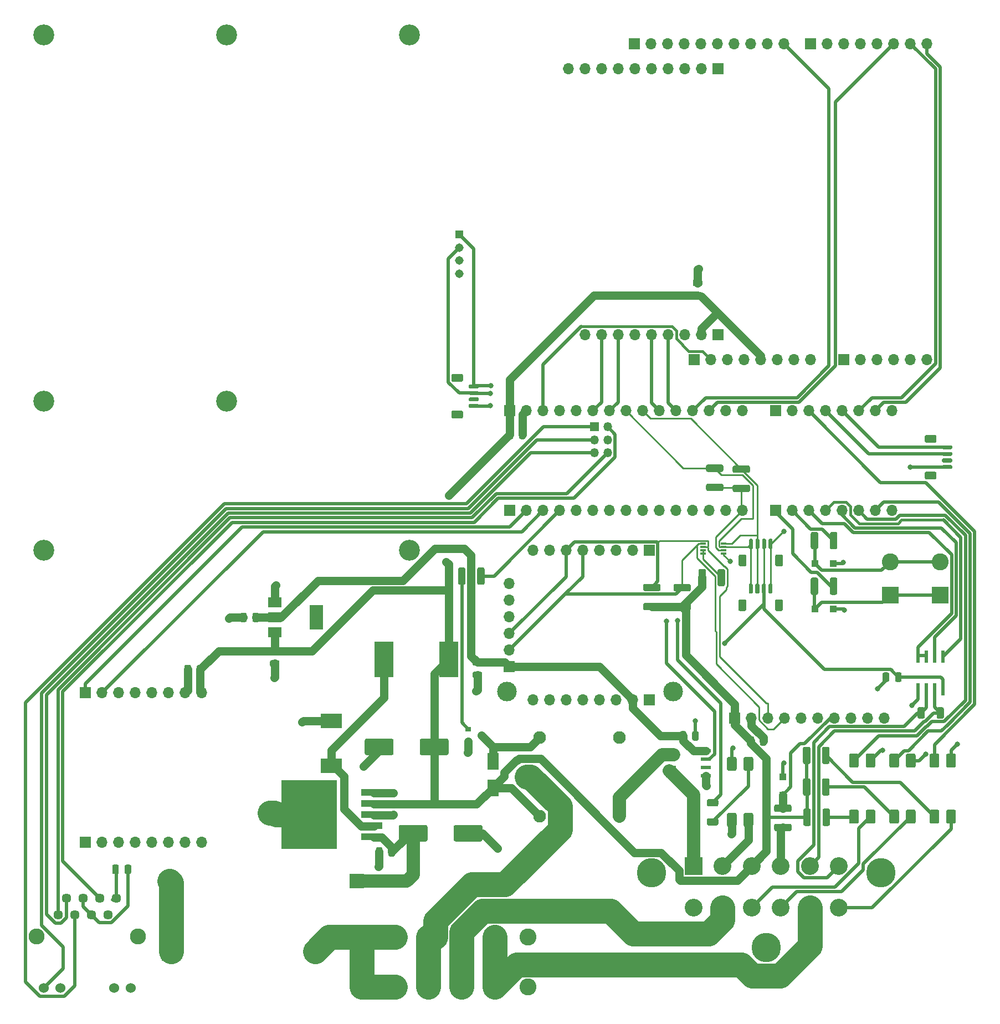
<source format=gbr>
%TF.GenerationSoftware,KiCad,Pcbnew,(5.1.10)-1*%
%TF.CreationDate,2022-01-06T13:20:54-06:00*%
%TF.ProjectId,AS12,41533132-2e6b-4696-9361-645f70636258,rev?*%
%TF.SameCoordinates,Original*%
%TF.FileFunction,Copper,L1,Top*%
%TF.FilePolarity,Positive*%
%FSLAX46Y46*%
G04 Gerber Fmt 4.6, Leading zero omitted, Abs format (unit mm)*
G04 Created by KiCad (PCBNEW (5.1.10)-1) date 2022-01-06 13:20:54*
%MOMM*%
%LPD*%
G01*
G04 APERTURE LIST*
%TA.AperFunction,SMDPad,CuDef*%
%ADD10R,1.800000X2.500000*%
%TD*%
%TA.AperFunction,SMDPad,CuDef*%
%ADD11R,3.200000X2.250000*%
%TD*%
%TA.AperFunction,SMDPad,CuDef*%
%ADD12R,2.000000X1.500000*%
%TD*%
%TA.AperFunction,SMDPad,CuDef*%
%ADD13R,2.000000X3.800000*%
%TD*%
%TA.AperFunction,SMDPad,CuDef*%
%ADD14R,8.460000X10.530000*%
%TD*%
%TA.AperFunction,SMDPad,CuDef*%
%ADD15R,3.210000X1.050000*%
%TD*%
%TA.AperFunction,SMDPad,CuDef*%
%ADD16R,2.900000X5.400000*%
%TD*%
%TA.AperFunction,ComponentPad*%
%ADD17C,2.600000*%
%TD*%
%TA.AperFunction,ComponentPad*%
%ADD18R,2.600000X2.600000*%
%TD*%
%TA.AperFunction,SMDPad,CuDef*%
%ADD19R,1.100000X1.100000*%
%TD*%
%TA.AperFunction,SMDPad,CuDef*%
%ADD20R,0.540800X1.981200*%
%TD*%
%TA.AperFunction,ComponentPad*%
%ADD21O,1.700000X1.700000*%
%TD*%
%TA.AperFunction,ComponentPad*%
%ADD22R,1.700000X1.700000*%
%TD*%
%TA.AperFunction,ComponentPad*%
%ADD23C,3.200000*%
%TD*%
%TA.AperFunction,SMDPad,CuDef*%
%ADD24R,1.550000X0.600000*%
%TD*%
%TA.AperFunction,ComponentPad*%
%ADD25C,2.445000*%
%TD*%
%TA.AperFunction,ComponentPad*%
%ADD26C,1.530000*%
%TD*%
%TA.AperFunction,ComponentPad*%
%ADD27C,1.446000*%
%TD*%
%TA.AperFunction,ComponentPad*%
%ADD28C,1.950000*%
%TD*%
%TA.AperFunction,ComponentPad*%
%ADD29C,2.250000*%
%TD*%
%TA.AperFunction,ComponentPad*%
%ADD30R,2.250000X2.250000*%
%TD*%
%TA.AperFunction,ComponentPad*%
%ADD31C,1.308000*%
%TD*%
%TA.AperFunction,ComponentPad*%
%ADD32R,1.308000X1.308000*%
%TD*%
%TA.AperFunction,ComponentPad*%
%ADD33C,3.000000*%
%TD*%
%TA.AperFunction,SMDPad,CuDef*%
%ADD34R,0.900000X0.800000*%
%TD*%
%TA.AperFunction,ComponentPad*%
%ADD35O,1.350000X1.350000*%
%TD*%
%TA.AperFunction,ComponentPad*%
%ADD36R,1.350000X1.350000*%
%TD*%
%TA.AperFunction,ComponentPad*%
%ADD37C,4.485000*%
%TD*%
%TA.AperFunction,ComponentPad*%
%ADD38C,2.715000*%
%TD*%
%TA.AperFunction,ComponentPad*%
%ADD39R,2.715000X2.715000*%
%TD*%
%TA.AperFunction,SMDPad,CuDef*%
%ADD40R,0.850000X0.300000*%
%TD*%
%TA.AperFunction,ComponentPad*%
%ADD41R,3.000000X3.000000*%
%TD*%
%TA.AperFunction,ViaPad*%
%ADD42C,0.800000*%
%TD*%
%TA.AperFunction,Conductor*%
%ADD43C,0.508000*%
%TD*%
%TA.AperFunction,Conductor*%
%ADD44C,1.270000*%
%TD*%
%TA.AperFunction,Conductor*%
%ADD45C,0.254000*%
%TD*%
%TA.AperFunction,Conductor*%
%ADD46C,3.810000*%
%TD*%
%TA.AperFunction,Conductor*%
%ADD47C,0.431800*%
%TD*%
%TA.AperFunction,Conductor*%
%ADD48C,2.032000*%
%TD*%
G04 APERTURE END LIST*
D10*
%TO.P,D4,2*%
%TO.N,Net-(D4-Pad2)*%
X99260660Y-134184640D03*
%TO.P,D4,1*%
%TO.N,Net-(C10-Pad1)*%
X99260660Y-138184640D03*
%TD*%
D11*
%TO.P,D2,2*%
%TO.N,GND*%
X74587100Y-127931500D03*
%TO.P,D2,1*%
%TO.N,Net-(D2-Pad1)*%
X74587100Y-134831500D03*
%TD*%
D12*
%TO.P,IC3,1*%
%TO.N,GND*%
X65960860Y-109830840D03*
%TO.P,IC3,3*%
%TO.N,Net-(C10-Pad1)*%
X65960860Y-114430840D03*
%TO.P,IC3,2*%
%TO.N,Net-(C1-Pad1)*%
X65960860Y-112130840D03*
D13*
%TO.P,IC3,4*%
%TO.N,Net-(IC3-Pad4)*%
X72260860Y-112130840D03*
%TD*%
D14*
%TO.P,IC2,6*%
%TO.N,GND*%
X71153140Y-142298420D03*
D15*
%TO.P,IC2,5*%
X80783140Y-138898420D03*
%TO.P,IC2,4*%
%TO.N,Net-(C10-Pad1)*%
X80783140Y-140598420D03*
%TO.P,IC2,3*%
%TO.N,GND*%
X80783140Y-142298420D03*
%TO.P,IC2,2*%
%TO.N,Net-(D2-Pad1)*%
X80783140Y-143998420D03*
%TO.P,IC2,1*%
%TO.N,Net-(C2-Pad1)*%
X80783140Y-145698420D03*
%TD*%
%TO.P,C2,2*%
%TO.N,GND*%
%TA.AperFunction,SMDPad,CuDef*%
G36*
G01*
X82394640Y-147520640D02*
X82394640Y-148470640D01*
G75*
G02*
X82144640Y-148720640I-250000J0D01*
G01*
X81644640Y-148720640D01*
G75*
G02*
X81394640Y-148470640I0J250000D01*
G01*
X81394640Y-147520640D01*
G75*
G02*
X81644640Y-147270640I250000J0D01*
G01*
X82144640Y-147270640D01*
G75*
G02*
X82394640Y-147520640I0J-250000D01*
G01*
G37*
%TD.AperFunction*%
%TO.P,C2,1*%
%TO.N,Net-(C2-Pad1)*%
%TA.AperFunction,SMDPad,CuDef*%
G36*
G01*
X84294640Y-147520640D02*
X84294640Y-148470640D01*
G75*
G02*
X84044640Y-148720640I-250000J0D01*
G01*
X83544640Y-148720640D01*
G75*
G02*
X83294640Y-148470640I0J250000D01*
G01*
X83294640Y-147520640D01*
G75*
G02*
X83544640Y-147270640I250000J0D01*
G01*
X84044640Y-147270640D01*
G75*
G02*
X84294640Y-147520640I0J-250000D01*
G01*
G37*
%TD.AperFunction*%
%TD*%
D16*
%TO.P,L1,2*%
%TO.N,Net-(C10-Pad1)*%
X92498720Y-118574820D03*
%TO.P,L1,1*%
%TO.N,Net-(D2-Pad1)*%
X82598720Y-118574820D03*
%TD*%
%TO.P,C10,2*%
%TO.N,GND*%
%TA.AperFunction,SMDPad,CuDef*%
G36*
G01*
X84093300Y-130942840D02*
X84093300Y-132942840D01*
G75*
G02*
X83843300Y-133192840I-250000J0D01*
G01*
X79943300Y-133192840D01*
G75*
G02*
X79693300Y-132942840I0J250000D01*
G01*
X79693300Y-130942840D01*
G75*
G02*
X79943300Y-130692840I250000J0D01*
G01*
X83843300Y-130692840D01*
G75*
G02*
X84093300Y-130942840I0J-250000D01*
G01*
G37*
%TD.AperFunction*%
%TO.P,C10,1*%
%TO.N,Net-(C10-Pad1)*%
%TA.AperFunction,SMDPad,CuDef*%
G36*
G01*
X92493300Y-130942840D02*
X92493300Y-132942840D01*
G75*
G02*
X92243300Y-133192840I-250000J0D01*
G01*
X88343300Y-133192840D01*
G75*
G02*
X88093300Y-132942840I0J250000D01*
G01*
X88093300Y-130942840D01*
G75*
G02*
X88343300Y-130692840I250000J0D01*
G01*
X92243300Y-130692840D01*
G75*
G02*
X92493300Y-130942840I0J-250000D01*
G01*
G37*
%TD.AperFunction*%
%TD*%
%TO.P,C9,2*%
%TO.N,GND*%
%TA.AperFunction,SMDPad,CuDef*%
G36*
G01*
X93269820Y-146143220D02*
X93269820Y-144143220D01*
G75*
G02*
X93519820Y-143893220I250000J0D01*
G01*
X97419820Y-143893220D01*
G75*
G02*
X97669820Y-144143220I0J-250000D01*
G01*
X97669820Y-146143220D01*
G75*
G02*
X97419820Y-146393220I-250000J0D01*
G01*
X93519820Y-146393220D01*
G75*
G02*
X93269820Y-146143220I0J250000D01*
G01*
G37*
%TD.AperFunction*%
%TO.P,C9,1*%
%TO.N,Net-(C2-Pad1)*%
%TA.AperFunction,SMDPad,CuDef*%
G36*
G01*
X84869820Y-146143220D02*
X84869820Y-144143220D01*
G75*
G02*
X85119820Y-143893220I250000J0D01*
G01*
X89019820Y-143893220D01*
G75*
G02*
X89269820Y-144143220I0J-250000D01*
G01*
X89269820Y-146143220D01*
G75*
G02*
X89019820Y-146393220I-250000J0D01*
G01*
X85119820Y-146393220D01*
G75*
G02*
X84869820Y-146143220I0J250000D01*
G01*
G37*
%TD.AperFunction*%
%TD*%
%TO.P,R14,2*%
%TO.N,Net-(J10-Pad2)*%
%TA.AperFunction,SMDPad,CuDef*%
G36*
G01*
X150775240Y-101493901D02*
X150775240Y-99343899D01*
G75*
G02*
X151025239Y-99093900I249999J0D01*
G01*
X151650241Y-99093900D01*
G75*
G02*
X151900240Y-99343899I0J-249999D01*
G01*
X151900240Y-101493901D01*
G75*
G02*
X151650241Y-101743900I-249999J0D01*
G01*
X151025239Y-101743900D01*
G75*
G02*
X150775240Y-101493901I0J249999D01*
G01*
G37*
%TD.AperFunction*%
%TO.P,R14,1*%
%TO.N,Net-(D5-Pad1)*%
%TA.AperFunction,SMDPad,CuDef*%
G36*
G01*
X147850240Y-101493901D02*
X147850240Y-99343899D01*
G75*
G02*
X148100239Y-99093900I249999J0D01*
G01*
X148725241Y-99093900D01*
G75*
G02*
X148975240Y-99343899I0J-249999D01*
G01*
X148975240Y-101493901D01*
G75*
G02*
X148725241Y-101743900I-249999J0D01*
G01*
X148100239Y-101743900D01*
G75*
G02*
X147850240Y-101493901I0J249999D01*
G01*
G37*
%TD.AperFunction*%
%TD*%
%TO.P,R13,2*%
%TO.N,Net-(J10-Pad1)*%
%TA.AperFunction,SMDPad,CuDef*%
G36*
G01*
X150775240Y-108465353D02*
X150775240Y-106315351D01*
G75*
G02*
X151025239Y-106065352I249999J0D01*
G01*
X151650241Y-106065352D01*
G75*
G02*
X151900240Y-106315351I0J-249999D01*
G01*
X151900240Y-108465353D01*
G75*
G02*
X151650241Y-108715352I-249999J0D01*
G01*
X151025239Y-108715352D01*
G75*
G02*
X150775240Y-108465353I0J249999D01*
G01*
G37*
%TD.AperFunction*%
%TO.P,R13,1*%
%TO.N,Net-(D6-Pad1)*%
%TA.AperFunction,SMDPad,CuDef*%
G36*
G01*
X147850240Y-108465353D02*
X147850240Y-106315351D01*
G75*
G02*
X148100239Y-106065352I249999J0D01*
G01*
X148725241Y-106065352D01*
G75*
G02*
X148975240Y-106315351I0J-249999D01*
G01*
X148975240Y-108465353D01*
G75*
G02*
X148725241Y-108715352I-249999J0D01*
G01*
X148100239Y-108715352D01*
G75*
G02*
X147850240Y-108465353I0J249999D01*
G01*
G37*
%TD.AperFunction*%
%TD*%
D17*
%TO.P,KF2,2*%
%TO.N,Net-(D5-Pad1)*%
X159990660Y-103659940D03*
X167610660Y-103659940D03*
D18*
%TO.P,KF2,1*%
%TO.N,Net-(D6-Pad1)*%
X159990660Y-108739940D03*
X167610660Y-108739940D03*
%TD*%
D19*
%TO.P,D6,2*%
%TO.N,GND*%
X151292740Y-110876080D03*
%TO.P,D6,1*%
%TO.N,Net-(D6-Pad1)*%
X148492740Y-110876080D03*
%TD*%
%TO.P,D5,2*%
%TO.N,GND*%
X151292740Y-103904626D03*
%TO.P,D5,1*%
%TO.N,Net-(D5-Pad1)*%
X148492740Y-103904626D03*
%TD*%
%TO.P,R12,2*%
%TO.N,Net-(R12-Pad2)*%
%TA.AperFunction,SMDPad,CuDef*%
G36*
G01*
X132222079Y-142837740D02*
X133472081Y-142837740D01*
G75*
G02*
X133722080Y-143087739I0J-249999D01*
G01*
X133722080Y-143712741D01*
G75*
G02*
X133472081Y-143962740I-249999J0D01*
G01*
X132222079Y-143962740D01*
G75*
G02*
X131972080Y-143712741I0J249999D01*
G01*
X131972080Y-143087739D01*
G75*
G02*
X132222079Y-142837740I249999J0D01*
G01*
G37*
%TD.AperFunction*%
%TO.P,R12,1*%
%TO.N,Net-(J9-Pad13)*%
%TA.AperFunction,SMDPad,CuDef*%
G36*
G01*
X132222079Y-139912740D02*
X133472081Y-139912740D01*
G75*
G02*
X133722080Y-140162739I0J-249999D01*
G01*
X133722080Y-140787741D01*
G75*
G02*
X133472081Y-141037740I-249999J0D01*
G01*
X132222079Y-141037740D01*
G75*
G02*
X131972080Y-140787741I0J249999D01*
G01*
X131972080Y-140162739D01*
G75*
G02*
X132222079Y-139912740I249999J0D01*
G01*
G37*
%TD.AperFunction*%
%TD*%
%TO.P,R11,2*%
%TO.N,Net-(J3-Pad6)*%
%TA.AperFunction,SMDPad,CuDef*%
G36*
G01*
X165276960Y-126133699D02*
X165276960Y-127383701D01*
G75*
G02*
X165026961Y-127633700I-249999J0D01*
G01*
X164401959Y-127633700D01*
G75*
G02*
X164151960Y-127383701I0J249999D01*
G01*
X164151960Y-126133699D01*
G75*
G02*
X164401959Y-125883700I249999J0D01*
G01*
X165026961Y-125883700D01*
G75*
G02*
X165276960Y-126133699I0J-249999D01*
G01*
G37*
%TD.AperFunction*%
%TO.P,R11,1*%
%TO.N,Net-(J3-Pad5)*%
%TA.AperFunction,SMDPad,CuDef*%
G36*
G01*
X168201960Y-126133699D02*
X168201960Y-127383701D01*
G75*
G02*
X167951961Y-127633700I-249999J0D01*
G01*
X167326959Y-127633700D01*
G75*
G02*
X167076960Y-127383701I0J249999D01*
G01*
X167076960Y-126133699D01*
G75*
G02*
X167326959Y-125883700I249999J0D01*
G01*
X167951961Y-125883700D01*
G75*
G02*
X168201960Y-126133699I0J-249999D01*
G01*
G37*
%TD.AperFunction*%
%TD*%
%TO.P,U7,4*%
%TO.N,Net-(J3-Pad2)*%
%TA.AperFunction,SMDPad,CuDef*%
G36*
G01*
X137847180Y-142023000D02*
X138794380Y-142023000D01*
G75*
G02*
X139060780Y-142289400I0J-266400D01*
G01*
X139060780Y-143906600D01*
G75*
G02*
X138794380Y-144173000I-266400J0D01*
G01*
X137847180Y-144173000D01*
G75*
G02*
X137580780Y-143906600I0J266400D01*
G01*
X137580780Y-142289400D01*
G75*
G02*
X137847180Y-142023000I266400J0D01*
G01*
G37*
%TD.AperFunction*%
%TO.P,U7,3*%
%TO.N,GND*%
%TA.AperFunction,SMDPad,CuDef*%
G36*
G01*
X135307180Y-142023000D02*
X136254380Y-142023000D01*
G75*
G02*
X136520780Y-142289400I0J-266400D01*
G01*
X136520780Y-143906600D01*
G75*
G02*
X136254380Y-144173000I-266400J0D01*
G01*
X135307180Y-144173000D01*
G75*
G02*
X135040780Y-143906600I0J266400D01*
G01*
X135040780Y-142289400D01*
G75*
G02*
X135307180Y-142023000I266400J0D01*
G01*
G37*
%TD.AperFunction*%
%TO.P,U7,2*%
%TA.AperFunction,SMDPad,CuDef*%
G36*
G01*
X135307180Y-133463000D02*
X136254380Y-133463000D01*
G75*
G02*
X136520780Y-133729400I0J-266400D01*
G01*
X136520780Y-135346600D01*
G75*
G02*
X136254380Y-135613000I-266400J0D01*
G01*
X135307180Y-135613000D01*
G75*
G02*
X135040780Y-135346600I0J266400D01*
G01*
X135040780Y-133729400D01*
G75*
G02*
X135307180Y-133463000I266400J0D01*
G01*
G37*
%TD.AperFunction*%
%TO.P,U7,1*%
%TO.N,Net-(R12-Pad2)*%
%TA.AperFunction,SMDPad,CuDef*%
G36*
G01*
X137847180Y-133463000D02*
X138794380Y-133463000D01*
G75*
G02*
X139060780Y-133729400I0J-266400D01*
G01*
X139060780Y-135346600D01*
G75*
G02*
X138794380Y-135613000I-266400J0D01*
G01*
X137847180Y-135613000D01*
G75*
G02*
X137580780Y-135346600I0J266400D01*
G01*
X137580780Y-133729400D01*
G75*
G02*
X137847180Y-133463000I266400J0D01*
G01*
G37*
%TD.AperFunction*%
%TD*%
%TO.P,R10,2*%
%TO.N,Net-(J9-Pad4)*%
%TA.AperFunction,SMDPad,CuDef*%
G36*
G01*
X96878980Y-106929503D02*
X96878980Y-104779497D01*
G75*
G02*
X97128977Y-104529500I249997J0D01*
G01*
X97753983Y-104529500D01*
G75*
G02*
X98003980Y-104779497I0J-249997D01*
G01*
X98003980Y-106929503D01*
G75*
G02*
X97753983Y-107179500I-249997J0D01*
G01*
X97128977Y-107179500D01*
G75*
G02*
X96878980Y-106929503I0J249997D01*
G01*
G37*
%TD.AperFunction*%
%TO.P,R10,1*%
%TO.N,Net-(Q1-Pad1)*%
%TA.AperFunction,SMDPad,CuDef*%
G36*
G01*
X93953980Y-106929503D02*
X93953980Y-104779497D01*
G75*
G02*
X94203977Y-104529500I249997J0D01*
G01*
X94828983Y-104529500D01*
G75*
G02*
X95078980Y-104779497I0J-249997D01*
G01*
X95078980Y-106929503D01*
G75*
G02*
X94828983Y-107179500I-249997J0D01*
G01*
X94203977Y-107179500D01*
G75*
G02*
X93953980Y-106929503I0J249997D01*
G01*
G37*
%TD.AperFunction*%
%TD*%
%TO.P,C5,2*%
%TO.N,GND*%
%TA.AperFunction,SMDPad,CuDef*%
G36*
G01*
X129733460Y-130736360D02*
X129733460Y-129786360D01*
G75*
G02*
X129983460Y-129536360I250000J0D01*
G01*
X130483460Y-129536360D01*
G75*
G02*
X130733460Y-129786360I0J-250000D01*
G01*
X130733460Y-130736360D01*
G75*
G02*
X130483460Y-130986360I-250000J0D01*
G01*
X129983460Y-130986360D01*
G75*
G02*
X129733460Y-130736360I0J250000D01*
G01*
G37*
%TD.AperFunction*%
%TO.P,C5,1*%
%TO.N,Net-(C1-Pad1)*%
%TA.AperFunction,SMDPad,CuDef*%
G36*
G01*
X127833460Y-130736360D02*
X127833460Y-129786360D01*
G75*
G02*
X128083460Y-129536360I250000J0D01*
G01*
X128583460Y-129536360D01*
G75*
G02*
X128833460Y-129786360I0J-250000D01*
G01*
X128833460Y-130736360D01*
G75*
G02*
X128583460Y-130986360I-250000J0D01*
G01*
X128083460Y-130986360D01*
G75*
G02*
X127833460Y-130736360I0J250000D01*
G01*
G37*
%TD.AperFunction*%
%TD*%
D20*
%TO.P,U6,8*%
%TO.N,Net-(C1-Pad1)*%
X168047700Y-123120479D03*
%TO.P,U6,7*%
%TO.N,Net-(J3-Pad5)*%
X166777700Y-123120479D03*
%TO.P,U6,6*%
%TO.N,Net-(J3-Pad6)*%
X165507700Y-123120479D03*
%TO.P,U6,5*%
%TO.N,GND*%
X164237700Y-123120479D03*
%TO.P,U6,4*%
%TO.N,Net-(J10-Pad3)*%
X164237700Y-118190481D03*
%TO.P,U6,3*%
X165507700Y-118190481D03*
%TO.P,U6,2*%
%TO.N,Net-(J10-Pad5)*%
X166777700Y-118190481D03*
%TO.P,U6,1*%
%TO.N,Net-(J10-Pad4)*%
X168047700Y-118190481D03*
%TD*%
D21*
%TO.P,J24,8*%
%TO.N,Net-(C10-Pad1)*%
X54795000Y-123679400D03*
%TO.P,J24,7*%
%TO.N,GND*%
X52255000Y-123679400D03*
%TO.P,J24,6*%
%TO.N,Net-(J24-Pad6)*%
X49715000Y-123679400D03*
%TO.P,J24,5*%
%TO.N,Net-(J24-Pad5)*%
X47175000Y-123679400D03*
%TO.P,J24,4*%
%TO.N,Net-(J24-Pad4)*%
X44635000Y-123679400D03*
%TO.P,J24,3*%
%TO.N,Net-(J24-Pad3)*%
X42095000Y-123679400D03*
%TO.P,J24,2*%
%TO.N,Net-(J24-Pad2)*%
X39555000Y-123679400D03*
D22*
%TO.P,J24,1*%
%TO.N,Net-(J24-Pad1)*%
X37015000Y-123679400D03*
%TD*%
D21*
%TO.P,J2,8*%
%TO.N,Net-(J2-Pad8)*%
X54795000Y-146539400D03*
%TO.P,J2,7*%
%TO.N,Net-(J2-Pad7)*%
X52255000Y-146539400D03*
%TO.P,J2,6*%
%TO.N,Net-(J2-Pad6)*%
X49715000Y-146539400D03*
%TO.P,J2,5*%
%TO.N,Net-(J2-Pad5)*%
X47175000Y-146539400D03*
%TO.P,J2,4*%
%TO.N,Net-(J2-Pad4)*%
X44635000Y-146539400D03*
%TO.P,J2,3*%
%TO.N,Net-(J2-Pad3)*%
X42095000Y-146539400D03*
%TO.P,J2,2*%
%TO.N,Net-(J2-Pad2)*%
X39555000Y-146539400D03*
D22*
%TO.P,J2,1*%
%TO.N,Net-(J2-Pad1)*%
X37015000Y-146539400D03*
%TD*%
%TO.P,C13,2*%
%TO.N,GND*%
%TA.AperFunction,SMDPad,CuDef*%
G36*
G01*
X53136380Y-119651760D02*
X53136380Y-120601760D01*
G75*
G02*
X52886380Y-120851760I-250000J0D01*
G01*
X52386380Y-120851760D01*
G75*
G02*
X52136380Y-120601760I0J250000D01*
G01*
X52136380Y-119651760D01*
G75*
G02*
X52386380Y-119401760I250000J0D01*
G01*
X52886380Y-119401760D01*
G75*
G02*
X53136380Y-119651760I0J-250000D01*
G01*
G37*
%TD.AperFunction*%
%TO.P,C13,1*%
%TO.N,Net-(C10-Pad1)*%
%TA.AperFunction,SMDPad,CuDef*%
G36*
G01*
X55036380Y-119651760D02*
X55036380Y-120601760D01*
G75*
G02*
X54786380Y-120851760I-250000J0D01*
G01*
X54286380Y-120851760D01*
G75*
G02*
X54036380Y-120601760I0J250000D01*
G01*
X54036380Y-119651760D01*
G75*
G02*
X54286380Y-119401760I250000J0D01*
G01*
X54786380Y-119401760D01*
G75*
G02*
X55036380Y-119651760I0J-250000D01*
G01*
G37*
%TD.AperFunction*%
%TD*%
D23*
%TO.P,REF\u002A\u002A,8*%
%TO.N,N/C*%
X58601220Y-23133960D03*
X58601220Y-79133960D03*
X30601220Y-79133960D03*
X30601220Y-23133960D03*
X86481220Y-23133960D03*
X86481220Y-101873960D03*
X30601220Y-101873960D03*
%TD*%
%TO.P,C6,2*%
%TO.N,GND*%
%TA.AperFunction,SMDPad,CuDef*%
G36*
G01*
X65445620Y-118697160D02*
X66395620Y-118697160D01*
G75*
G02*
X66645620Y-118947160I0J-250000D01*
G01*
X66645620Y-119447160D01*
G75*
G02*
X66395620Y-119697160I-250000J0D01*
G01*
X65445620Y-119697160D01*
G75*
G02*
X65195620Y-119447160I0J250000D01*
G01*
X65195620Y-118947160D01*
G75*
G02*
X65445620Y-118697160I250000J0D01*
G01*
G37*
%TD.AperFunction*%
%TO.P,C6,1*%
%TO.N,Net-(C10-Pad1)*%
%TA.AperFunction,SMDPad,CuDef*%
G36*
G01*
X65445620Y-116797160D02*
X66395620Y-116797160D01*
G75*
G02*
X66645620Y-117047160I0J-250000D01*
G01*
X66645620Y-117547160D01*
G75*
G02*
X66395620Y-117797160I-250000J0D01*
G01*
X65445620Y-117797160D01*
G75*
G02*
X65195620Y-117547160I0J250000D01*
G01*
X65195620Y-117047160D01*
G75*
G02*
X65445620Y-116797160I250000J0D01*
G01*
G37*
%TD.AperFunction*%
%TD*%
D24*
%TO.P,U4,5*%
%TO.N,GND*%
X131843760Y-136382760D03*
%TO.P,U4,6*%
%TO.N,Net-(U4-Pad6)*%
X131843760Y-135112760D03*
%TO.P,U4,8*%
%TO.N,Net-(C1-Pad1)*%
X131843760Y-132572760D03*
%TO.P,U4,4*%
%TO.N,Net-(J3-Pad1)*%
X126443760Y-136382760D03*
%TO.P,U4,3*%
X126443760Y-135112760D03*
%TO.P,U4,1*%
%TO.N,Net-(K1-Pad4)*%
X126443760Y-132572760D03*
%TO.P,U4,7*%
%TO.N,Net-(J9-Pad12)*%
X131843760Y-133842760D03*
%TO.P,U4,2*%
%TO.N,Net-(K1-Pad4)*%
X126443760Y-133842760D03*
%TD*%
%TO.P,U2,4*%
%TO.N,Net-(J10-Pad7)*%
%TA.AperFunction,SMDPad,CuDef*%
G36*
G01*
X161065600Y-135113000D02*
X160118400Y-135113000D01*
G75*
G02*
X159852000Y-134846600I0J266400D01*
G01*
X159852000Y-133229400D01*
G75*
G02*
X160118400Y-132963000I266400J0D01*
G01*
X161065600Y-132963000D01*
G75*
G02*
X161332000Y-133229400I0J-266400D01*
G01*
X161332000Y-134846600D01*
G75*
G02*
X161065600Y-135113000I-266400J0D01*
G01*
G37*
%TD.AperFunction*%
%TO.P,U2,3*%
%TO.N,GND*%
%TA.AperFunction,SMDPad,CuDef*%
G36*
G01*
X163605600Y-135113000D02*
X162658400Y-135113000D01*
G75*
G02*
X162392000Y-134846600I0J266400D01*
G01*
X162392000Y-133229400D01*
G75*
G02*
X162658400Y-132963000I266400J0D01*
G01*
X163605600Y-132963000D01*
G75*
G02*
X163872000Y-133229400I0J-266400D01*
G01*
X163872000Y-134846600D01*
G75*
G02*
X163605600Y-135113000I-266400J0D01*
G01*
G37*
%TD.AperFunction*%
%TO.P,U2,2*%
%TO.N,Net-(J3-Pad9)*%
%TA.AperFunction,SMDPad,CuDef*%
G36*
G01*
X163605600Y-143673000D02*
X162658400Y-143673000D01*
G75*
G02*
X162392000Y-143406600I0J266400D01*
G01*
X162392000Y-141789400D01*
G75*
G02*
X162658400Y-141523000I266400J0D01*
G01*
X163605600Y-141523000D01*
G75*
G02*
X163872000Y-141789400I0J-266400D01*
G01*
X163872000Y-143406600D01*
G75*
G02*
X163605600Y-143673000I-266400J0D01*
G01*
G37*
%TD.AperFunction*%
%TO.P,U2,1*%
%TO.N,Net-(R2-Pad2)*%
%TA.AperFunction,SMDPad,CuDef*%
G36*
G01*
X161065600Y-143673000D02*
X160118400Y-143673000D01*
G75*
G02*
X159852000Y-143406600I0J266400D01*
G01*
X159852000Y-141789400D01*
G75*
G02*
X160118400Y-141523000I266400J0D01*
G01*
X161065600Y-141523000D01*
G75*
G02*
X161332000Y-141789400I0J-266400D01*
G01*
X161332000Y-143406600D01*
G75*
G02*
X161065600Y-143673000I-266400J0D01*
G01*
G37*
%TD.AperFunction*%
%TD*%
%TO.P,U1,4*%
%TO.N,Net-(J10-Pad6)*%
%TA.AperFunction,SMDPad,CuDef*%
G36*
G01*
X154915600Y-135113000D02*
X153968400Y-135113000D01*
G75*
G02*
X153702000Y-134846600I0J266400D01*
G01*
X153702000Y-133229400D01*
G75*
G02*
X153968400Y-132963000I266400J0D01*
G01*
X154915600Y-132963000D01*
G75*
G02*
X155182000Y-133229400I0J-266400D01*
G01*
X155182000Y-134846600D01*
G75*
G02*
X154915600Y-135113000I-266400J0D01*
G01*
G37*
%TD.AperFunction*%
%TO.P,U1,3*%
%TO.N,GND*%
%TA.AperFunction,SMDPad,CuDef*%
G36*
G01*
X157455600Y-135113000D02*
X156508400Y-135113000D01*
G75*
G02*
X156242000Y-134846600I0J266400D01*
G01*
X156242000Y-133229400D01*
G75*
G02*
X156508400Y-132963000I266400J0D01*
G01*
X157455600Y-132963000D01*
G75*
G02*
X157722000Y-133229400I0J-266400D01*
G01*
X157722000Y-134846600D01*
G75*
G02*
X157455600Y-135113000I-266400J0D01*
G01*
G37*
%TD.AperFunction*%
%TO.P,U1,2*%
%TO.N,Net-(J3-Pad10)*%
%TA.AperFunction,SMDPad,CuDef*%
G36*
G01*
X157455600Y-143673000D02*
X156508400Y-143673000D01*
G75*
G02*
X156242000Y-143406600I0J266400D01*
G01*
X156242000Y-141789400D01*
G75*
G02*
X156508400Y-141523000I266400J0D01*
G01*
X157455600Y-141523000D01*
G75*
G02*
X157722000Y-141789400I0J-266400D01*
G01*
X157722000Y-143406600D01*
G75*
G02*
X157455600Y-143673000I-266400J0D01*
G01*
G37*
%TD.AperFunction*%
%TO.P,U1,1*%
%TO.N,Net-(R1-Pad2)*%
%TA.AperFunction,SMDPad,CuDef*%
G36*
G01*
X154915600Y-143673000D02*
X153968400Y-143673000D01*
G75*
G02*
X153702000Y-143406600I0J266400D01*
G01*
X153702000Y-141789400D01*
G75*
G02*
X153968400Y-141523000I266400J0D01*
G01*
X154915600Y-141523000D01*
G75*
G02*
X155182000Y-141789400I0J-266400D01*
G01*
X155182000Y-143406600D01*
G75*
G02*
X154915600Y-143673000I-266400J0D01*
G01*
G37*
%TD.AperFunction*%
%TD*%
D25*
%TO.P,J12,MH2*%
%TO.N,N/C*%
X45006800Y-160873980D03*
%TO.P,J12,MH1*%
X29516800Y-160873980D03*
D26*
%TO.P,J12,12*%
%TO.N,Net-(J12-Pad12)*%
X43886800Y-168823980D03*
%TO.P,J12,11*%
%TO.N,Net-(J12-Pad11)*%
X41346800Y-168823980D03*
%TO.P,J12,10*%
%TO.N,GND*%
X33176800Y-168823980D03*
%TO.P,J12,9*%
%TO.N,Net-(J11-Pad3)*%
X30636800Y-168823980D03*
D27*
%TO.P,J12,8*%
%TO.N,GND*%
X41706800Y-155033980D03*
%TO.P,J12,7*%
%TO.N,Net-(J12-Pad7)*%
X40436800Y-157573980D03*
%TO.P,J12,6*%
%TO.N,Net-(J11-Pad2)*%
X39166800Y-155033980D03*
%TO.P,J12,5*%
%TO.N,Net-(C8-Pad1)*%
X37896800Y-157573980D03*
%TO.P,J12,4*%
X36626800Y-155033980D03*
%TO.P,J12,3*%
%TO.N,Net-(J11-Pad1)*%
X35356800Y-157573980D03*
%TO.P,J12,2*%
%TO.N,Net-(J11-Pad5)*%
X34086800Y-155033980D03*
%TO.P,J12,1*%
%TO.N,Net-(J11-Pad6)*%
X32816800Y-157573980D03*
%TD*%
D28*
%TO.P,K1,5*%
%TO.N,Net-(K1-Pad5)*%
X118628540Y-130497580D03*
%TO.P,K1,4*%
%TO.N,Net-(K1-Pad4)*%
X118628540Y-142497580D03*
%TO.P,K1,3*%
%TO.N,Net-(C10-Pad1)*%
X106428540Y-142497580D03*
D29*
%TO.P,K1,2*%
%TO.N,Net-(K1-Pad2)*%
X104428540Y-136497580D03*
D28*
%TO.P,K1,1*%
%TO.N,Net-(D4-Pad2)*%
X106428540Y-130497580D03*
%TD*%
D17*
%TO.P,KF1,6*%
%TO.N,GND*%
X104622600Y-161034600D03*
X104622600Y-168654600D03*
%TO.P,KF1,5*%
%TO.N,Net-(J3-Pad8)*%
X99542600Y-161034600D03*
X99542600Y-168654600D03*
%TO.P,KF1,4*%
%TO.N,Net-(J3-Pad11)*%
X94462600Y-161034600D03*
X94462600Y-168654600D03*
%TO.P,KF1,3*%
%TO.N,Net-(K1-Pad2)*%
X89382600Y-161034600D03*
X89382600Y-168654600D03*
%TO.P,KF1,2*%
%TO.N,Net-(F1-Pad2)*%
X84302600Y-161034600D03*
X84302600Y-168654600D03*
D18*
%TO.P,KF1,1*%
X79222600Y-161034600D03*
X79222600Y-168654600D03*
%TD*%
D29*
%TO.P,D3,2*%
%TO.N,Net-(D3-Pad2)*%
X49893620Y-152481280D03*
D30*
%TO.P,D3,1*%
%TO.N,Net-(C2-Pad1)*%
X78493620Y-152481280D03*
%TD*%
%TO.P,J15,MP*%
%TO.N,N/C*%
%TA.AperFunction,SMDPad,CuDef*%
G36*
G01*
X166810601Y-85480800D02*
X165510599Y-85480800D01*
G75*
G02*
X165260600Y-85230801I0J249999D01*
G01*
X165260600Y-84530799D01*
G75*
G02*
X165510599Y-84280800I249999J0D01*
G01*
X166810601Y-84280800D01*
G75*
G02*
X167060600Y-84530799I0J-249999D01*
G01*
X167060600Y-85230801D01*
G75*
G02*
X166810601Y-85480800I-249999J0D01*
G01*
G37*
%TD.AperFunction*%
%TA.AperFunction,SMDPad,CuDef*%
G36*
G01*
X166810601Y-91080800D02*
X165510599Y-91080800D01*
G75*
G02*
X165260600Y-90830801I0J249999D01*
G01*
X165260600Y-90130799D01*
G75*
G02*
X165510599Y-89880800I249999J0D01*
G01*
X166810601Y-89880800D01*
G75*
G02*
X167060600Y-90130799I0J-249999D01*
G01*
X167060600Y-90830801D01*
G75*
G02*
X166810601Y-91080800I-249999J0D01*
G01*
G37*
%TD.AperFunction*%
%TO.P,J15,4*%
%TO.N,Net-(J14-Pad5)*%
%TA.AperFunction,SMDPad,CuDef*%
G36*
G01*
X169310600Y-86480800D02*
X168060600Y-86480800D01*
G75*
G02*
X167910600Y-86330800I0J150000D01*
G01*
X167910600Y-86030800D01*
G75*
G02*
X168060600Y-85880800I150000J0D01*
G01*
X169310600Y-85880800D01*
G75*
G02*
X169460600Y-86030800I0J-150000D01*
G01*
X169460600Y-86330800D01*
G75*
G02*
X169310600Y-86480800I-150000J0D01*
G01*
G37*
%TD.AperFunction*%
%TO.P,J15,3*%
%TO.N,Net-(J14-Pad4)*%
%TA.AperFunction,SMDPad,CuDef*%
G36*
G01*
X169310600Y-87480800D02*
X168060600Y-87480800D01*
G75*
G02*
X167910600Y-87330800I0J150000D01*
G01*
X167910600Y-87030800D01*
G75*
G02*
X168060600Y-86880800I150000J0D01*
G01*
X169310600Y-86880800D01*
G75*
G02*
X169460600Y-87030800I0J-150000D01*
G01*
X169460600Y-87330800D01*
G75*
G02*
X169310600Y-87480800I-150000J0D01*
G01*
G37*
%TD.AperFunction*%
%TO.P,J15,2*%
%TO.N,Net-(J15-Pad2)*%
%TA.AperFunction,SMDPad,CuDef*%
G36*
G01*
X169310600Y-88480800D02*
X168060600Y-88480800D01*
G75*
G02*
X167910600Y-88330800I0J150000D01*
G01*
X167910600Y-88030800D01*
G75*
G02*
X168060600Y-87880800I150000J0D01*
G01*
X169310600Y-87880800D01*
G75*
G02*
X169460600Y-88030800I0J-150000D01*
G01*
X169460600Y-88330800D01*
G75*
G02*
X169310600Y-88480800I-150000J0D01*
G01*
G37*
%TD.AperFunction*%
%TO.P,J15,1*%
%TO.N,GND*%
%TA.AperFunction,SMDPad,CuDef*%
G36*
G01*
X169310600Y-89480800D02*
X168060600Y-89480800D01*
G75*
G02*
X167910600Y-89330800I0J150000D01*
G01*
X167910600Y-89030800D01*
G75*
G02*
X168060600Y-88880800I150000J0D01*
G01*
X169310600Y-88880800D01*
G75*
G02*
X169460600Y-89030800I0J-150000D01*
G01*
X169460600Y-89330800D01*
G75*
G02*
X169310600Y-89480800I-150000J0D01*
G01*
G37*
%TD.AperFunction*%
%TD*%
%TO.P,C4,2*%
%TO.N,GND*%
%TA.AperFunction,SMDPad,CuDef*%
G36*
G01*
X96415840Y-120437060D02*
X97365840Y-120437060D01*
G75*
G02*
X97615840Y-120687060I0J-250000D01*
G01*
X97615840Y-121187060D01*
G75*
G02*
X97365840Y-121437060I-250000J0D01*
G01*
X96415840Y-121437060D01*
G75*
G02*
X96165840Y-121187060I0J250000D01*
G01*
X96165840Y-120687060D01*
G75*
G02*
X96415840Y-120437060I250000J0D01*
G01*
G37*
%TD.AperFunction*%
%TO.P,C4,1*%
%TO.N,Net-(C1-Pad1)*%
%TA.AperFunction,SMDPad,CuDef*%
G36*
G01*
X96415840Y-118537060D02*
X97365840Y-118537060D01*
G75*
G02*
X97615840Y-118787060I0J-250000D01*
G01*
X97615840Y-119287060D01*
G75*
G02*
X97365840Y-119537060I-250000J0D01*
G01*
X96415840Y-119537060D01*
G75*
G02*
X96165840Y-119287060I0J250000D01*
G01*
X96165840Y-118787060D01*
G75*
G02*
X96415840Y-118537060I250000J0D01*
G01*
G37*
%TD.AperFunction*%
%TD*%
%TO.P,C1,2*%
%TO.N,GND*%
%TA.AperFunction,SMDPad,CuDef*%
G36*
G01*
X159829080Y-120807460D02*
X159829080Y-121757460D01*
G75*
G02*
X159579080Y-122007460I-250000J0D01*
G01*
X159079080Y-122007460D01*
G75*
G02*
X158829080Y-121757460I0J250000D01*
G01*
X158829080Y-120807460D01*
G75*
G02*
X159079080Y-120557460I250000J0D01*
G01*
X159579080Y-120557460D01*
G75*
G02*
X159829080Y-120807460I0J-250000D01*
G01*
G37*
%TD.AperFunction*%
%TO.P,C1,1*%
%TO.N,Net-(C1-Pad1)*%
%TA.AperFunction,SMDPad,CuDef*%
G36*
G01*
X161729080Y-120807460D02*
X161729080Y-121757460D01*
G75*
G02*
X161479080Y-122007460I-250000J0D01*
G01*
X160979080Y-122007460D01*
G75*
G02*
X160729080Y-121757460I0J250000D01*
G01*
X160729080Y-120807460D01*
G75*
G02*
X160979080Y-120557460I250000J0D01*
G01*
X161479080Y-120557460D01*
G75*
G02*
X161729080Y-120807460I0J-250000D01*
G01*
G37*
%TD.AperFunction*%
%TD*%
D31*
%TO.P,J23,4*%
%TO.N,GND*%
X94145100Y-59654700D03*
%TO.P,J23,3*%
%TO.N,Net-(J23-Pad3)*%
X94145100Y-57654700D03*
%TO.P,J23,2*%
%TO.N,Net-(J13-Pad4)*%
X94145100Y-55654700D03*
D32*
%TO.P,J23,1*%
%TO.N,Net-(J13-Pad5)*%
X94145100Y-53654700D03*
%TD*%
D33*
%TO.P,REF\u002A\u002A,*%
%TO.N,*%
X101408560Y-123496400D03*
X126808560Y-123496400D03*
%TD*%
%TO.P,U3,4*%
%TO.N,Net-(J14-Pad3)*%
%TA.AperFunction,SMDPad,CuDef*%
G36*
G01*
X167215600Y-135113000D02*
X166268400Y-135113000D01*
G75*
G02*
X166002000Y-134846600I0J266400D01*
G01*
X166002000Y-133229400D01*
G75*
G02*
X166268400Y-132963000I266400J0D01*
G01*
X167215600Y-132963000D01*
G75*
G02*
X167482000Y-133229400I0J-266400D01*
G01*
X167482000Y-134846600D01*
G75*
G02*
X167215600Y-135113000I-266400J0D01*
G01*
G37*
%TD.AperFunction*%
%TO.P,U3,3*%
%TO.N,GND*%
%TA.AperFunction,SMDPad,CuDef*%
G36*
G01*
X169755600Y-135113000D02*
X168808400Y-135113000D01*
G75*
G02*
X168542000Y-134846600I0J266400D01*
G01*
X168542000Y-133229400D01*
G75*
G02*
X168808400Y-132963000I266400J0D01*
G01*
X169755600Y-132963000D01*
G75*
G02*
X170022000Y-133229400I0J-266400D01*
G01*
X170022000Y-134846600D01*
G75*
G02*
X169755600Y-135113000I-266400J0D01*
G01*
G37*
%TD.AperFunction*%
%TO.P,U3,2*%
%TO.N,Net-(J3-Pad7)*%
%TA.AperFunction,SMDPad,CuDef*%
G36*
G01*
X169755600Y-143673000D02*
X168808400Y-143673000D01*
G75*
G02*
X168542000Y-143406600I0J266400D01*
G01*
X168542000Y-141789400D01*
G75*
G02*
X168808400Y-141523000I266400J0D01*
G01*
X169755600Y-141523000D01*
G75*
G02*
X170022000Y-141789400I0J-266400D01*
G01*
X170022000Y-143406600D01*
G75*
G02*
X169755600Y-143673000I-266400J0D01*
G01*
G37*
%TD.AperFunction*%
%TO.P,U3,1*%
%TO.N,Net-(R3-Pad2)*%
%TA.AperFunction,SMDPad,CuDef*%
G36*
G01*
X167215600Y-143673000D02*
X166268400Y-143673000D01*
G75*
G02*
X166002000Y-143406600I0J266400D01*
G01*
X166002000Y-141789400D01*
G75*
G02*
X166268400Y-141523000I266400J0D01*
G01*
X167215600Y-141523000D01*
G75*
G02*
X167482000Y-141789400I0J-266400D01*
G01*
X167482000Y-143406600D01*
G75*
G02*
X167215600Y-143673000I-266400J0D01*
G01*
G37*
%TD.AperFunction*%
%TD*%
%TO.P,R9,2*%
%TO.N,Net-(IC1-Pad4)*%
%TA.AperFunction,SMDPad,CuDef*%
G36*
G01*
X138311203Y-90082800D02*
X136161197Y-90082800D01*
G75*
G02*
X135911200Y-89832803I0J249997D01*
G01*
X135911200Y-89207797D01*
G75*
G02*
X136161197Y-88957800I249997J0D01*
G01*
X138311203Y-88957800D01*
G75*
G02*
X138561200Y-89207797I0J-249997D01*
G01*
X138561200Y-89832803D01*
G75*
G02*
X138311203Y-90082800I-249997J0D01*
G01*
G37*
%TD.AperFunction*%
%TO.P,R9,1*%
%TO.N,Net-(IC1-Pad2)*%
%TA.AperFunction,SMDPad,CuDef*%
G36*
G01*
X138311203Y-93007800D02*
X136161197Y-93007800D01*
G75*
G02*
X135911200Y-92757803I0J249997D01*
G01*
X135911200Y-92132797D01*
G75*
G02*
X136161197Y-91882800I249997J0D01*
G01*
X138311203Y-91882800D01*
G75*
G02*
X138561200Y-92132797I0J-249997D01*
G01*
X138561200Y-92757803D01*
G75*
G02*
X138311203Y-93007800I-249997J0D01*
G01*
G37*
%TD.AperFunction*%
%TD*%
%TO.P,R8,2*%
%TO.N,Net-(IC1-Pad3)*%
%TA.AperFunction,SMDPad,CuDef*%
G36*
G01*
X134247203Y-89930400D02*
X132097197Y-89930400D01*
G75*
G02*
X131847200Y-89680403I0J249997D01*
G01*
X131847200Y-89055397D01*
G75*
G02*
X132097197Y-88805400I249997J0D01*
G01*
X134247203Y-88805400D01*
G75*
G02*
X134497200Y-89055397I0J-249997D01*
G01*
X134497200Y-89680403D01*
G75*
G02*
X134247203Y-89930400I-249997J0D01*
G01*
G37*
%TD.AperFunction*%
%TO.P,R8,1*%
%TO.N,Net-(IC1-Pad2)*%
%TA.AperFunction,SMDPad,CuDef*%
G36*
G01*
X134247203Y-92855400D02*
X132097197Y-92855400D01*
G75*
G02*
X131847200Y-92605403I0J249997D01*
G01*
X131847200Y-91980397D01*
G75*
G02*
X132097197Y-91730400I249997J0D01*
G01*
X134247203Y-91730400D01*
G75*
G02*
X134497200Y-91980397I0J-249997D01*
G01*
X134497200Y-92605403D01*
G75*
G02*
X134247203Y-92855400I-249997J0D01*
G01*
G37*
%TD.AperFunction*%
%TD*%
%TO.P,R7,2*%
%TO.N,Net-(IC1-Pad6)*%
%TA.AperFunction,SMDPad,CuDef*%
G36*
G01*
X124643463Y-108146740D02*
X122493457Y-108146740D01*
G75*
G02*
X122243460Y-107896743I0J249997D01*
G01*
X122243460Y-107271737D01*
G75*
G02*
X122493457Y-107021740I249997J0D01*
G01*
X124643463Y-107021740D01*
G75*
G02*
X124893460Y-107271737I0J-249997D01*
G01*
X124893460Y-107896743D01*
G75*
G02*
X124643463Y-108146740I-249997J0D01*
G01*
G37*
%TD.AperFunction*%
%TO.P,R7,1*%
%TO.N,Net-(C10-Pad1)*%
%TA.AperFunction,SMDPad,CuDef*%
G36*
G01*
X124643463Y-111071740D02*
X122493457Y-111071740D01*
G75*
G02*
X122243460Y-110821743I0J249997D01*
G01*
X122243460Y-110196737D01*
G75*
G02*
X122493457Y-109946740I249997J0D01*
G01*
X124643463Y-109946740D01*
G75*
G02*
X124893460Y-110196737I0J-249997D01*
G01*
X124893460Y-110821743D01*
G75*
G02*
X124643463Y-111071740I-249997J0D01*
G01*
G37*
%TD.AperFunction*%
%TD*%
%TO.P,R6,2*%
%TO.N,Net-(IC1-Pad5)*%
%TA.AperFunction,SMDPad,CuDef*%
G36*
G01*
X129266263Y-108182840D02*
X127116257Y-108182840D01*
G75*
G02*
X126866260Y-107932843I0J249997D01*
G01*
X126866260Y-107307837D01*
G75*
G02*
X127116257Y-107057840I249997J0D01*
G01*
X129266263Y-107057840D01*
G75*
G02*
X129516260Y-107307837I0J-249997D01*
G01*
X129516260Y-107932843D01*
G75*
G02*
X129266263Y-108182840I-249997J0D01*
G01*
G37*
%TD.AperFunction*%
%TO.P,R6,1*%
%TO.N,Net-(C10-Pad1)*%
%TA.AperFunction,SMDPad,CuDef*%
G36*
G01*
X129266263Y-111107840D02*
X127116257Y-111107840D01*
G75*
G02*
X126866260Y-110857843I0J249997D01*
G01*
X126866260Y-110232837D01*
G75*
G02*
X127116257Y-109982840I249997J0D01*
G01*
X129266263Y-109982840D01*
G75*
G02*
X129516260Y-110232837I0J-249997D01*
G01*
X129516260Y-110857843D01*
G75*
G02*
X129266263Y-111107840I-249997J0D01*
G01*
G37*
%TD.AperFunction*%
%TD*%
%TO.P,R5,2*%
%TO.N,Net-(IC1-Pad7)*%
%TA.AperFunction,SMDPad,CuDef*%
G36*
G01*
X133620080Y-107158103D02*
X133620080Y-105008097D01*
G75*
G02*
X133870077Y-104758100I249997J0D01*
G01*
X134495083Y-104758100D01*
G75*
G02*
X134745080Y-105008097I0J-249997D01*
G01*
X134745080Y-107158103D01*
G75*
G02*
X134495083Y-107408100I-249997J0D01*
G01*
X133870077Y-107408100D01*
G75*
G02*
X133620080Y-107158103I0J249997D01*
G01*
G37*
%TD.AperFunction*%
%TO.P,R5,1*%
%TO.N,Net-(C10-Pad1)*%
%TA.AperFunction,SMDPad,CuDef*%
G36*
G01*
X130695080Y-107158103D02*
X130695080Y-105008097D01*
G75*
G02*
X130945077Y-104758100I249997J0D01*
G01*
X131570083Y-104758100D01*
G75*
G02*
X131820080Y-105008097I0J-249997D01*
G01*
X131820080Y-107158103D01*
G75*
G02*
X131570083Y-107408100I-249997J0D01*
G01*
X130945077Y-107408100D01*
G75*
G02*
X130695080Y-107158103I0J249997D01*
G01*
G37*
%TD.AperFunction*%
%TD*%
%TO.P,R4,2*%
%TO.N,Net-(J3-Pad4)*%
%TA.AperFunction,SMDPad,CuDef*%
G36*
G01*
X142511197Y-143693720D02*
X144661203Y-143693720D01*
G75*
G02*
X144911200Y-143943717I0J-249997D01*
G01*
X144911200Y-144568723D01*
G75*
G02*
X144661203Y-144818720I-249997J0D01*
G01*
X142511197Y-144818720D01*
G75*
G02*
X142261200Y-144568723I0J249997D01*
G01*
X142261200Y-143943717D01*
G75*
G02*
X142511197Y-143693720I249997J0D01*
G01*
G37*
%TD.AperFunction*%
%TO.P,R4,1*%
%TO.N,Net-(D1-Pad1)*%
%TA.AperFunction,SMDPad,CuDef*%
G36*
G01*
X142511197Y-140768720D02*
X144661203Y-140768720D01*
G75*
G02*
X144911200Y-141018717I0J-249997D01*
G01*
X144911200Y-141643723D01*
G75*
G02*
X144661203Y-141893720I-249997J0D01*
G01*
X142511197Y-141893720D01*
G75*
G02*
X142261200Y-141643723I0J249997D01*
G01*
X142261200Y-141018717D01*
G75*
G02*
X142511197Y-140768720I249997J0D01*
G01*
G37*
%TD.AperFunction*%
%TD*%
%TO.P,R3,2*%
%TO.N,Net-(R3-Pad2)*%
%TA.AperFunction,SMDPad,CuDef*%
G36*
G01*
X149591600Y-134323403D02*
X149591600Y-132173397D01*
G75*
G02*
X149841597Y-131923400I249997J0D01*
G01*
X150466603Y-131923400D01*
G75*
G02*
X150716600Y-132173397I0J-249997D01*
G01*
X150716600Y-134323403D01*
G75*
G02*
X150466603Y-134573400I-249997J0D01*
G01*
X149841597Y-134573400D01*
G75*
G02*
X149591600Y-134323403I0J249997D01*
G01*
G37*
%TD.AperFunction*%
%TO.P,R3,1*%
%TO.N,Net-(C10-Pad1)*%
%TA.AperFunction,SMDPad,CuDef*%
G36*
G01*
X146666600Y-134323403D02*
X146666600Y-132173397D01*
G75*
G02*
X146916597Y-131923400I249997J0D01*
G01*
X147541603Y-131923400D01*
G75*
G02*
X147791600Y-132173397I0J-249997D01*
G01*
X147791600Y-134323403D01*
G75*
G02*
X147541603Y-134573400I-249997J0D01*
G01*
X146916597Y-134573400D01*
G75*
G02*
X146666600Y-134323403I0J249997D01*
G01*
G37*
%TD.AperFunction*%
%TD*%
%TO.P,R2,2*%
%TO.N,Net-(R2-Pad2)*%
%TA.AperFunction,SMDPad,CuDef*%
G36*
G01*
X149591600Y-139149403D02*
X149591600Y-136999397D01*
G75*
G02*
X149841597Y-136749400I249997J0D01*
G01*
X150466603Y-136749400D01*
G75*
G02*
X150716600Y-136999397I0J-249997D01*
G01*
X150716600Y-139149403D01*
G75*
G02*
X150466603Y-139399400I-249997J0D01*
G01*
X149841597Y-139399400D01*
G75*
G02*
X149591600Y-139149403I0J249997D01*
G01*
G37*
%TD.AperFunction*%
%TO.P,R2,1*%
%TO.N,Net-(C10-Pad1)*%
%TA.AperFunction,SMDPad,CuDef*%
G36*
G01*
X146666600Y-139149403D02*
X146666600Y-136999397D01*
G75*
G02*
X146916597Y-136749400I249997J0D01*
G01*
X147541603Y-136749400D01*
G75*
G02*
X147791600Y-136999397I0J-249997D01*
G01*
X147791600Y-139149403D01*
G75*
G02*
X147541603Y-139399400I-249997J0D01*
G01*
X146916597Y-139399400D01*
G75*
G02*
X146666600Y-139149403I0J249997D01*
G01*
G37*
%TD.AperFunction*%
%TD*%
%TO.P,R1,2*%
%TO.N,Net-(R1-Pad2)*%
%TA.AperFunction,SMDPad,CuDef*%
G36*
G01*
X149642400Y-143772203D02*
X149642400Y-141622197D01*
G75*
G02*
X149892397Y-141372200I249997J0D01*
G01*
X150517403Y-141372200D01*
G75*
G02*
X150767400Y-141622197I0J-249997D01*
G01*
X150767400Y-143772203D01*
G75*
G02*
X150517403Y-144022200I-249997J0D01*
G01*
X149892397Y-144022200D01*
G75*
G02*
X149642400Y-143772203I0J249997D01*
G01*
G37*
%TD.AperFunction*%
%TO.P,R1,1*%
%TO.N,Net-(C10-Pad1)*%
%TA.AperFunction,SMDPad,CuDef*%
G36*
G01*
X146717400Y-143772203D02*
X146717400Y-141622197D01*
G75*
G02*
X146967397Y-141372200I249997J0D01*
G01*
X147592403Y-141372200D01*
G75*
G02*
X147842400Y-141622197I0J-249997D01*
G01*
X147842400Y-143772203D01*
G75*
G02*
X147592403Y-144022200I-249997J0D01*
G01*
X146967397Y-144022200D01*
G75*
G02*
X146717400Y-143772203I0J249997D01*
G01*
G37*
%TD.AperFunction*%
%TD*%
D34*
%TO.P,Q1,3*%
%TO.N,Net-(D4-Pad2)*%
X97507300Y-130195320D03*
%TO.P,Q1,2*%
%TO.N,GND*%
X95507300Y-131145320D03*
%TO.P,Q1,1*%
%TO.N,Net-(Q1-Pad1)*%
X95507300Y-129245320D03*
%TD*%
D21*
%TO.P,J22,8*%
%TO.N,Net-(J14-Pad7)*%
X165608000Y-24511000D03*
%TO.P,J22,7*%
%TO.N,Net-(J14-Pad6)*%
X163068000Y-24511000D03*
%TO.P,J22,6*%
%TO.N,Net-(J13-Pad13)*%
X160528000Y-24511000D03*
%TO.P,J22,5*%
%TO.N,Net-(J22-Pad5)*%
X157988000Y-24511000D03*
%TO.P,J22,4*%
%TO.N,Net-(J22-Pad4)*%
X155448000Y-24511000D03*
%TO.P,J22,3*%
%TO.N,Net-(J22-Pad3)*%
X152908000Y-24511000D03*
%TO.P,J22,2*%
%TO.N,Net-(J22-Pad2)*%
X150368000Y-24511000D03*
D22*
%TO.P,J22,1*%
%TO.N,Net-(J22-Pad1)*%
X147828000Y-24511000D03*
%TD*%
D21*
%TO.P,J21,10*%
%TO.N,Net-(J13-Pad12)*%
X143768000Y-24511000D03*
%TO.P,J21,9*%
%TO.N,Net-(J21-Pad9)*%
X141228000Y-24511000D03*
%TO.P,J21,8*%
%TO.N,Net-(J21-Pad8)*%
X138688000Y-24511000D03*
%TO.P,J21,7*%
%TO.N,Net-(J21-Pad7)*%
X136148000Y-24511000D03*
%TO.P,J21,6*%
%TO.N,Net-(J21-Pad6)*%
X133608000Y-24511000D03*
%TO.P,J21,5*%
%TO.N,Net-(J21-Pad5)*%
X131068000Y-24511000D03*
%TO.P,J21,4*%
%TO.N,GND*%
X128528000Y-24511000D03*
%TO.P,J21,3*%
%TO.N,Net-(J21-Pad3)*%
X125988000Y-24511000D03*
%TO.P,J21,2*%
%TO.N,Net-(J21-Pad2)*%
X123448000Y-24511000D03*
D22*
%TO.P,J21,1*%
%TO.N,Net-(J21-Pad1)*%
X120908000Y-24511000D03*
%TD*%
D21*
%TO.P,J20,10*%
%TO.N,Net-(J20-Pad10)*%
X110794800Y-28336400D03*
%TO.P,J20,9*%
%TO.N,Net-(J20-Pad9)*%
X113334800Y-28336400D03*
%TO.P,J20,8*%
%TO.N,Net-(J20-Pad8)*%
X115874800Y-28336400D03*
%TO.P,J20,7*%
%TO.N,Net-(J20-Pad7)*%
X118414800Y-28336400D03*
%TO.P,J20,6*%
%TO.N,Net-(J20-Pad6)*%
X120954800Y-28336400D03*
%TO.P,J20,5*%
%TO.N,Net-(J20-Pad5)*%
X123494800Y-28336400D03*
%TO.P,J20,4*%
%TO.N,Net-(J20-Pad4)*%
X126034800Y-28336400D03*
%TO.P,J20,3*%
%TO.N,Net-(J20-Pad3)*%
X128574800Y-28336400D03*
%TO.P,J20,2*%
%TO.N,Net-(J20-Pad2)*%
X131114800Y-28336400D03*
D22*
%TO.P,J20,1*%
%TO.N,Net-(J20-Pad1)*%
X133654800Y-28336400D03*
%TD*%
D21*
%TO.P,J19,6*%
%TO.N,Net-(J19-Pad6)*%
X165608000Y-72771000D03*
%TO.P,J19,5*%
%TO.N,Net-(J19-Pad5)*%
X163068000Y-72771000D03*
%TO.P,J19,4*%
%TO.N,Net-(J19-Pad4)*%
X160528000Y-72771000D03*
%TO.P,J19,3*%
%TO.N,Net-(J19-Pad3)*%
X157988000Y-72771000D03*
%TO.P,J19,2*%
%TO.N,Net-(J19-Pad2)*%
X155448000Y-72771000D03*
D22*
%TO.P,J19,1*%
%TO.N,Net-(J19-Pad1)*%
X152908000Y-72771000D03*
%TD*%
D21*
%TO.P,J18,8*%
%TO.N,Net-(J18-Pad8)*%
X147828000Y-72771000D03*
%TO.P,J18,7*%
%TO.N,GND*%
X145288000Y-72771000D03*
%TO.P,J18,6*%
X142748000Y-72771000D03*
%TO.P,J18,5*%
%TO.N,Net-(C10-Pad1)*%
X140208000Y-72771000D03*
%TO.P,J18,4*%
%TO.N,Net-(J18-Pad4)*%
X137668000Y-72771000D03*
%TO.P,J18,3*%
%TO.N,Net-(J18-Pad3)*%
X135128000Y-72771000D03*
%TO.P,J18,2*%
%TO.N,Net-(J13-Pad3)*%
X132588000Y-72771000D03*
D22*
%TO.P,J18,1*%
%TO.N,Net-(J18-Pad1)*%
X130048000Y-72771000D03*
%TD*%
D21*
%TO.P,J17,9*%
%TO.N,Net-(J17-Pad9)*%
X113334800Y-68986400D03*
%TO.P,J17,8*%
%TO.N,Net-(J13-Pad6)*%
X115874800Y-68986400D03*
%TO.P,J17,7*%
%TO.N,Net-(J13-Pad7)*%
X118414800Y-68986400D03*
%TO.P,J17,6*%
%TO.N,Net-(J17-Pad6)*%
X120954800Y-68986400D03*
%TO.P,J17,5*%
%TO.N,Net-(J13-Pad10)*%
X123494800Y-68986400D03*
%TO.P,J17,4*%
%TO.N,Net-(J13-Pad11)*%
X126034800Y-68986400D03*
%TO.P,J17,3*%
%TO.N,Net-(J17-Pad3)*%
X128574800Y-68986400D03*
%TO.P,J17,2*%
%TO.N,Net-(C10-Pad1)*%
X131114800Y-68986400D03*
D22*
%TO.P,J17,1*%
%TO.N,GND*%
X133654800Y-68986400D03*
%TD*%
%TO.P,J16,MP*%
%TO.N,N/C*%
%TA.AperFunction,SMDPad,CuDef*%
G36*
G01*
X94471401Y-76159000D02*
X93171399Y-76159000D01*
G75*
G02*
X92921400Y-75909001I0J249999D01*
G01*
X92921400Y-75208999D01*
G75*
G02*
X93171399Y-74959000I249999J0D01*
G01*
X94471401Y-74959000D01*
G75*
G02*
X94721400Y-75208999I0J-249999D01*
G01*
X94721400Y-75909001D01*
G75*
G02*
X94471401Y-76159000I-249999J0D01*
G01*
G37*
%TD.AperFunction*%
%TA.AperFunction,SMDPad,CuDef*%
G36*
G01*
X94471401Y-81759000D02*
X93171399Y-81759000D01*
G75*
G02*
X92921400Y-81509001I0J249999D01*
G01*
X92921400Y-80808999D01*
G75*
G02*
X93171399Y-80559000I249999J0D01*
G01*
X94471401Y-80559000D01*
G75*
G02*
X94721400Y-80808999I0J-249999D01*
G01*
X94721400Y-81509001D01*
G75*
G02*
X94471401Y-81759000I-249999J0D01*
G01*
G37*
%TD.AperFunction*%
%TO.P,J16,4*%
%TO.N,Net-(J13-Pad5)*%
%TA.AperFunction,SMDPad,CuDef*%
G36*
G01*
X96971400Y-77159000D02*
X95721400Y-77159000D01*
G75*
G02*
X95571400Y-77009000I0J150000D01*
G01*
X95571400Y-76709000D01*
G75*
G02*
X95721400Y-76559000I150000J0D01*
G01*
X96971400Y-76559000D01*
G75*
G02*
X97121400Y-76709000I0J-150000D01*
G01*
X97121400Y-77009000D01*
G75*
G02*
X96971400Y-77159000I-150000J0D01*
G01*
G37*
%TD.AperFunction*%
%TO.P,J16,3*%
%TO.N,Net-(J13-Pad4)*%
%TA.AperFunction,SMDPad,CuDef*%
G36*
G01*
X96971400Y-78159000D02*
X95721400Y-78159000D01*
G75*
G02*
X95571400Y-78009000I0J150000D01*
G01*
X95571400Y-77709000D01*
G75*
G02*
X95721400Y-77559000I150000J0D01*
G01*
X96971400Y-77559000D01*
G75*
G02*
X97121400Y-77709000I0J-150000D01*
G01*
X97121400Y-78009000D01*
G75*
G02*
X96971400Y-78159000I-150000J0D01*
G01*
G37*
%TD.AperFunction*%
%TO.P,J16,2*%
%TO.N,Net-(J16-Pad2)*%
%TA.AperFunction,SMDPad,CuDef*%
G36*
G01*
X96971400Y-79159000D02*
X95721400Y-79159000D01*
G75*
G02*
X95571400Y-79009000I0J150000D01*
G01*
X95571400Y-78709000D01*
G75*
G02*
X95721400Y-78559000I150000J0D01*
G01*
X96971400Y-78559000D01*
G75*
G02*
X97121400Y-78709000I0J-150000D01*
G01*
X97121400Y-79009000D01*
G75*
G02*
X96971400Y-79159000I-150000J0D01*
G01*
G37*
%TD.AperFunction*%
%TO.P,J16,1*%
%TO.N,GND*%
%TA.AperFunction,SMDPad,CuDef*%
G36*
G01*
X96971400Y-80159000D02*
X95721400Y-80159000D01*
G75*
G02*
X95571400Y-80009000I0J150000D01*
G01*
X95571400Y-79709000D01*
G75*
G02*
X95721400Y-79559000I150000J0D01*
G01*
X96971400Y-79559000D01*
G75*
G02*
X97121400Y-79709000I0J-150000D01*
G01*
X97121400Y-80009000D01*
G75*
G02*
X96971400Y-80159000I-150000J0D01*
G01*
G37*
%TD.AperFunction*%
%TD*%
D21*
%TO.P,J14,8*%
%TO.N,Net-(J14-Pad8)*%
X160248600Y-80594200D03*
%TO.P,J14,7*%
%TO.N,Net-(J14-Pad7)*%
X157708600Y-80594200D03*
%TO.P,J14,6*%
%TO.N,Net-(J14-Pad6)*%
X155168600Y-80594200D03*
%TO.P,J14,5*%
%TO.N,Net-(J14-Pad5)*%
X152628600Y-80594200D03*
%TO.P,J14,4*%
%TO.N,Net-(J14-Pad4)*%
X150088600Y-80594200D03*
%TO.P,J14,3*%
%TO.N,Net-(J14-Pad3)*%
X147548600Y-80594200D03*
%TO.P,J14,2*%
%TO.N,Net-(J14-Pad2)*%
X145008600Y-80594200D03*
D22*
%TO.P,J14,1*%
%TO.N,Net-(J14-Pad1)*%
X142468600Y-80594200D03*
%TD*%
D21*
%TO.P,J13,15*%
%TO.N,GND*%
X137388600Y-80594200D03*
%TO.P,J13,14*%
%TO.N,Net-(J13-Pad14)*%
X134848600Y-80594200D03*
%TO.P,J13,13*%
%TO.N,Net-(J13-Pad13)*%
X132308600Y-80594200D03*
%TO.P,J13,12*%
%TO.N,Net-(J13-Pad12)*%
X129768600Y-80594200D03*
%TO.P,J13,11*%
%TO.N,Net-(J13-Pad11)*%
X127228600Y-80594200D03*
%TO.P,J13,10*%
%TO.N,Net-(J13-Pad10)*%
X124688600Y-80594200D03*
%TO.P,J13,9*%
%TO.N,Net-(IC1-Pad4)*%
X122148600Y-80594200D03*
%TO.P,J13,8*%
%TO.N,Net-(IC1-Pad3)*%
X119608600Y-80594200D03*
%TO.P,J13,7*%
%TO.N,Net-(J13-Pad7)*%
X117068600Y-80594200D03*
%TO.P,J13,6*%
%TO.N,Net-(J13-Pad6)*%
X114528600Y-80594200D03*
%TO.P,J13,5*%
%TO.N,Net-(J13-Pad5)*%
X111988600Y-80594200D03*
%TO.P,J13,4*%
%TO.N,Net-(J13-Pad4)*%
X109448600Y-80594200D03*
%TO.P,J13,3*%
%TO.N,Net-(J13-Pad3)*%
X106908600Y-80594200D03*
%TO.P,J13,2*%
%TO.N,GND*%
X104368600Y-80594200D03*
D22*
%TO.P,J13,1*%
%TO.N,Net-(C10-Pad1)*%
X101828600Y-80594200D03*
%TD*%
D35*
%TO.P,J11,6*%
%TO.N,Net-(J11-Pad6)*%
X116798600Y-87032600D03*
%TO.P,J11,5*%
%TO.N,Net-(J11-Pad5)*%
X114798600Y-87032600D03*
%TO.P,J11,4*%
%TO.N,GND*%
X116798600Y-85032600D03*
%TO.P,J11,3*%
%TO.N,Net-(J11-Pad3)*%
X114798600Y-85032600D03*
%TO.P,J11,2*%
%TO.N,Net-(J11-Pad2)*%
X116798600Y-83032600D03*
D36*
%TO.P,J11,1*%
%TO.N,Net-(J11-Pad1)*%
X114798600Y-83032600D03*
%TD*%
D21*
%TO.P,J10,8*%
%TO.N,Net-(J10-Pad8)*%
X160248600Y-95834200D03*
%TO.P,J10,7*%
%TO.N,Net-(J10-Pad7)*%
X157708600Y-95834200D03*
%TO.P,J10,6*%
%TO.N,Net-(J10-Pad6)*%
X155168600Y-95834200D03*
%TO.P,J10,5*%
%TO.N,Net-(J10-Pad5)*%
X152628600Y-95834200D03*
%TO.P,J10,4*%
%TO.N,Net-(J10-Pad4)*%
X150088600Y-95834200D03*
%TO.P,J10,3*%
%TO.N,Net-(J10-Pad3)*%
X147548600Y-95834200D03*
%TO.P,J10,2*%
%TO.N,Net-(J10-Pad2)*%
X145008600Y-95834200D03*
D22*
%TO.P,J10,1*%
%TO.N,Net-(J10-Pad1)*%
X142468600Y-95834200D03*
%TD*%
D21*
%TO.P,J9,15*%
%TO.N,Net-(IC1-Pad2)*%
X137388600Y-95834200D03*
%TO.P,J9,14*%
%TO.N,Net-(J9-Pad14)*%
X134848600Y-95834200D03*
%TO.P,J9,13*%
%TO.N,Net-(J9-Pad13)*%
X132308600Y-95834200D03*
%TO.P,J9,12*%
%TO.N,Net-(J9-Pad12)*%
X129768600Y-95834200D03*
%TO.P,J9,11*%
%TO.N,Net-(J9-Pad11)*%
X127228600Y-95834200D03*
%TO.P,J9,10*%
%TO.N,Net-(J9-Pad10)*%
X124688600Y-95834200D03*
%TO.P,J9,9*%
%TO.N,Net-(J9-Pad9)*%
X122148600Y-95834200D03*
%TO.P,J9,8*%
%TO.N,Net-(J9-Pad8)*%
X119608600Y-95834200D03*
%TO.P,J9,7*%
%TO.N,Net-(J9-Pad7)*%
X117068600Y-95834200D03*
%TO.P,J9,6*%
%TO.N,Net-(J9-Pad6)*%
X114528600Y-95834200D03*
%TO.P,J9,5*%
%TO.N,Net-(J9-Pad5)*%
X111988600Y-95834200D03*
%TO.P,J9,4*%
%TO.N,Net-(J9-Pad4)*%
X109448600Y-95834200D03*
%TO.P,J9,3*%
%TO.N,Net-(J24-Pad2)*%
X106908600Y-95834200D03*
%TO.P,J9,2*%
%TO.N,Net-(J24-Pad1)*%
X104368600Y-95834200D03*
D22*
%TO.P,J9,1*%
%TO.N,GND*%
X101828600Y-95834200D03*
%TD*%
%TO.P,J8,MP*%
%TO.N,N/C*%
%TA.AperFunction,SMDPad,CuDef*%
G36*
G01*
X137985140Y-109640459D02*
X137985140Y-110940461D01*
G75*
G02*
X137735141Y-111190460I-249999J0D01*
G01*
X137035139Y-111190460D01*
G75*
G02*
X136785140Y-110940461I0J249999D01*
G01*
X136785140Y-109640459D01*
G75*
G02*
X137035139Y-109390460I249999J0D01*
G01*
X137735141Y-109390460D01*
G75*
G02*
X137985140Y-109640459I0J-249999D01*
G01*
G37*
%TD.AperFunction*%
%TA.AperFunction,SMDPad,CuDef*%
G36*
G01*
X143585140Y-109640459D02*
X143585140Y-110940461D01*
G75*
G02*
X143335141Y-111190460I-249999J0D01*
G01*
X142635139Y-111190460D01*
G75*
G02*
X142385140Y-110940461I0J249999D01*
G01*
X142385140Y-109640459D01*
G75*
G02*
X142635139Y-109390460I249999J0D01*
G01*
X143335141Y-109390460D01*
G75*
G02*
X143585140Y-109640459I0J-249999D01*
G01*
G37*
%TD.AperFunction*%
%TO.P,J8,4*%
%TO.N,Net-(IC1-Pad3)*%
%TA.AperFunction,SMDPad,CuDef*%
G36*
G01*
X138985140Y-107140460D02*
X138985140Y-108390460D01*
G75*
G02*
X138835140Y-108540460I-150000J0D01*
G01*
X138535140Y-108540460D01*
G75*
G02*
X138385140Y-108390460I0J150000D01*
G01*
X138385140Y-107140460D01*
G75*
G02*
X138535140Y-106990460I150000J0D01*
G01*
X138835140Y-106990460D01*
G75*
G02*
X138985140Y-107140460I0J-150000D01*
G01*
G37*
%TD.AperFunction*%
%TO.P,J8,3*%
%TO.N,Net-(IC1-Pad4)*%
%TA.AperFunction,SMDPad,CuDef*%
G36*
G01*
X139985140Y-107140460D02*
X139985140Y-108390460D01*
G75*
G02*
X139835140Y-108540460I-150000J0D01*
G01*
X139535140Y-108540460D01*
G75*
G02*
X139385140Y-108390460I0J150000D01*
G01*
X139385140Y-107140460D01*
G75*
G02*
X139535140Y-106990460I150000J0D01*
G01*
X139835140Y-106990460D01*
G75*
G02*
X139985140Y-107140460I0J-150000D01*
G01*
G37*
%TD.AperFunction*%
%TO.P,J8,2*%
%TO.N,Net-(C1-Pad1)*%
%TA.AperFunction,SMDPad,CuDef*%
G36*
G01*
X140985140Y-107140460D02*
X140985140Y-108390460D01*
G75*
G02*
X140835140Y-108540460I-150000J0D01*
G01*
X140535140Y-108540460D01*
G75*
G02*
X140385140Y-108390460I0J150000D01*
G01*
X140385140Y-107140460D01*
G75*
G02*
X140535140Y-106990460I150000J0D01*
G01*
X140835140Y-106990460D01*
G75*
G02*
X140985140Y-107140460I0J-150000D01*
G01*
G37*
%TD.AperFunction*%
%TO.P,J8,1*%
%TO.N,GND*%
%TA.AperFunction,SMDPad,CuDef*%
G36*
G01*
X141985140Y-107140460D02*
X141985140Y-108390460D01*
G75*
G02*
X141835140Y-108540460I-150000J0D01*
G01*
X141535140Y-108540460D01*
G75*
G02*
X141385140Y-108390460I0J150000D01*
G01*
X141385140Y-107140460D01*
G75*
G02*
X141535140Y-106990460I150000J0D01*
G01*
X141835140Y-106990460D01*
G75*
G02*
X141985140Y-107140460I0J-150000D01*
G01*
G37*
%TD.AperFunction*%
%TD*%
%TO.P,J7,MP*%
%TO.N,N/C*%
%TA.AperFunction,SMDPad,CuDef*%
G36*
G01*
X138010540Y-102807859D02*
X138010540Y-104107861D01*
G75*
G02*
X137760541Y-104357860I-249999J0D01*
G01*
X137060539Y-104357860D01*
G75*
G02*
X136810540Y-104107861I0J249999D01*
G01*
X136810540Y-102807859D01*
G75*
G02*
X137060539Y-102557860I249999J0D01*
G01*
X137760541Y-102557860D01*
G75*
G02*
X138010540Y-102807859I0J-249999D01*
G01*
G37*
%TD.AperFunction*%
%TA.AperFunction,SMDPad,CuDef*%
G36*
G01*
X143610540Y-102807859D02*
X143610540Y-104107861D01*
G75*
G02*
X143360541Y-104357860I-249999J0D01*
G01*
X142660539Y-104357860D01*
G75*
G02*
X142410540Y-104107861I0J249999D01*
G01*
X142410540Y-102807859D01*
G75*
G02*
X142660539Y-102557860I249999J0D01*
G01*
X143360541Y-102557860D01*
G75*
G02*
X143610540Y-102807859I0J-249999D01*
G01*
G37*
%TD.AperFunction*%
%TO.P,J7,4*%
%TO.N,Net-(IC1-Pad3)*%
%TA.AperFunction,SMDPad,CuDef*%
G36*
G01*
X139010540Y-100307860D02*
X139010540Y-101557860D01*
G75*
G02*
X138860540Y-101707860I-150000J0D01*
G01*
X138560540Y-101707860D01*
G75*
G02*
X138410540Y-101557860I0J150000D01*
G01*
X138410540Y-100307860D01*
G75*
G02*
X138560540Y-100157860I150000J0D01*
G01*
X138860540Y-100157860D01*
G75*
G02*
X139010540Y-100307860I0J-150000D01*
G01*
G37*
%TD.AperFunction*%
%TO.P,J7,3*%
%TO.N,Net-(IC1-Pad4)*%
%TA.AperFunction,SMDPad,CuDef*%
G36*
G01*
X140010540Y-100307860D02*
X140010540Y-101557860D01*
G75*
G02*
X139860540Y-101707860I-150000J0D01*
G01*
X139560540Y-101707860D01*
G75*
G02*
X139410540Y-101557860I0J150000D01*
G01*
X139410540Y-100307860D01*
G75*
G02*
X139560540Y-100157860I150000J0D01*
G01*
X139860540Y-100157860D01*
G75*
G02*
X140010540Y-100307860I0J-150000D01*
G01*
G37*
%TD.AperFunction*%
%TO.P,J7,2*%
%TO.N,Net-(C1-Pad1)*%
%TA.AperFunction,SMDPad,CuDef*%
G36*
G01*
X141010540Y-100307860D02*
X141010540Y-101557860D01*
G75*
G02*
X140860540Y-101707860I-150000J0D01*
G01*
X140560540Y-101707860D01*
G75*
G02*
X140410540Y-101557860I0J150000D01*
G01*
X140410540Y-100307860D01*
G75*
G02*
X140560540Y-100157860I150000J0D01*
G01*
X140860540Y-100157860D01*
G75*
G02*
X141010540Y-100307860I0J-150000D01*
G01*
G37*
%TD.AperFunction*%
%TO.P,J7,1*%
%TO.N,GND*%
%TA.AperFunction,SMDPad,CuDef*%
G36*
G01*
X142010540Y-100307860D02*
X142010540Y-101557860D01*
G75*
G02*
X141860540Y-101707860I-150000J0D01*
G01*
X141560540Y-101707860D01*
G75*
G02*
X141410540Y-101557860I0J150000D01*
G01*
X141410540Y-100307860D01*
G75*
G02*
X141560540Y-100157860I150000J0D01*
G01*
X141860540Y-100157860D01*
G75*
G02*
X142010540Y-100307860I0J-150000D01*
G01*
G37*
%TD.AperFunction*%
%TD*%
D21*
%TO.P,J6,8*%
%TO.N,Net-(J6-Pad8)*%
X105394760Y-124790200D03*
%TO.P,J6,7*%
%TO.N,Net-(J6-Pad7)*%
X107934760Y-124790200D03*
%TO.P,J6,6*%
%TO.N,Net-(J6-Pad6)*%
X110474760Y-124790200D03*
%TO.P,J6,5*%
%TO.N,Net-(J6-Pad5)*%
X113014760Y-124790200D03*
%TO.P,J6,4*%
%TO.N,Net-(J6-Pad4)*%
X115554760Y-124790200D03*
%TO.P,J6,3*%
%TO.N,Net-(J6-Pad3)*%
X118094760Y-124790200D03*
%TO.P,J6,2*%
%TO.N,Net-(C1-Pad1)*%
X120634760Y-124790200D03*
D22*
%TO.P,J6,1*%
%TO.N,GND*%
X123174760Y-124790200D03*
%TD*%
D21*
%TO.P,J5,8*%
%TO.N,Net-(J5-Pad8)*%
X105394760Y-101930200D03*
%TO.P,J5,7*%
%TO.N,Net-(J5-Pad7)*%
X107934760Y-101930200D03*
%TO.P,J5,6*%
%TO.N,Net-(IC1-Pad6)*%
X110474760Y-101930200D03*
%TO.P,J5,5*%
%TO.N,Net-(IC1-Pad5)*%
X113014760Y-101930200D03*
%TO.P,J5,4*%
%TO.N,Net-(J5-Pad4)*%
X115554760Y-101930200D03*
%TO.P,J5,3*%
%TO.N,Net-(J5-Pad3)*%
X118094760Y-101930200D03*
%TO.P,J5,2*%
%TO.N,Net-(J5-Pad2)*%
X120634760Y-101930200D03*
D22*
%TO.P,J5,1*%
%TO.N,Net-(J5-Pad1)*%
X123174760Y-101930200D03*
%TD*%
D21*
%TO.P,J4,6*%
%TO.N,GND*%
X101762560Y-107010200D03*
%TO.P,J4,5*%
%TO.N,Net-(J4-Pad5)*%
X101762560Y-109550200D03*
%TO.P,J4,4*%
%TO.N,Net-(J4-Pad4)*%
X101762560Y-112090200D03*
%TO.P,J4,3*%
%TO.N,Net-(IC1-Pad6)*%
X101762560Y-114630200D03*
%TO.P,J4,2*%
%TO.N,Net-(IC1-Pad5)*%
X101762560Y-117170200D03*
D22*
%TO.P,J4,1*%
%TO.N,Net-(C1-Pad1)*%
X101762560Y-119710200D03*
%TD*%
D37*
%TO.P,J3,MH3*%
%TO.N,Net-(J3-PadMH3)*%
X158576000Y-151159400D03*
%TO.P,J3,MH2*%
%TO.N,Net-(J3-PadMH2)*%
X141036000Y-162589400D03*
%TO.P,J3,MH1*%
%TO.N,Net-(J3-PadMH1)*%
X123496000Y-151159400D03*
D38*
%TO.P,J3,12*%
%TO.N,GND*%
X129921000Y-156489400D03*
%TO.P,J3,11*%
%TO.N,Net-(J3-Pad11)*%
X134366000Y-156489400D03*
%TO.P,J3,10*%
%TO.N,Net-(J3-Pad10)*%
X138811000Y-156489400D03*
%TO.P,J3,9*%
%TO.N,Net-(J3-Pad9)*%
X143261000Y-156489400D03*
%TO.P,J3,8*%
%TO.N,Net-(J3-Pad8)*%
X147706000Y-156489400D03*
%TO.P,J3,7*%
%TO.N,Net-(J3-Pad7)*%
X152151000Y-156489400D03*
%TO.P,J3,6*%
%TO.N,Net-(J3-Pad6)*%
X152151000Y-150139400D03*
%TO.P,J3,5*%
%TO.N,Net-(J3-Pad5)*%
X147706000Y-150139400D03*
%TO.P,J3,4*%
%TO.N,Net-(J3-Pad4)*%
X143261000Y-150139400D03*
%TO.P,J3,3*%
%TO.N,Net-(C10-Pad1)*%
X138811000Y-150139400D03*
%TO.P,J3,2*%
%TO.N,Net-(J3-Pad2)*%
X134366000Y-150139400D03*
D39*
%TO.P,J3,1*%
%TO.N,Net-(J3-Pad1)*%
X129921000Y-150139400D03*
%TD*%
D21*
%TO.P,J1,10*%
%TO.N,Net-(J1-Pad10)*%
X159097980Y-127520700D03*
%TO.P,J1,9*%
%TO.N,Net-(J1-Pad9)*%
X156557980Y-127520700D03*
%TO.P,J1,8*%
%TO.N,Net-(J1-Pad8)*%
X154017980Y-127520700D03*
%TO.P,J1,7*%
%TO.N,Net-(D1-Pad1)*%
X151477980Y-127520700D03*
%TO.P,J1,6*%
%TO.N,Net-(J1-Pad6)*%
X148937980Y-127520700D03*
%TO.P,J1,5*%
%TO.N,GND*%
X146397980Y-127520700D03*
%TO.P,J1,4*%
%TO.N,Net-(IC1-Pad5)*%
X143857980Y-127520700D03*
%TO.P,J1,3*%
%TO.N,Net-(IC1-Pad6)*%
X141317980Y-127520700D03*
%TO.P,J1,2*%
%TO.N,GND*%
X138777980Y-127520700D03*
D22*
%TO.P,J1,1*%
%TO.N,Net-(C10-Pad1)*%
X136237980Y-127520700D03*
%TD*%
D40*
%TO.P,IC1,8*%
%TO.N,Net-(IC1-Pad7)*%
X131406700Y-102398260D03*
%TO.P,IC1,7*%
X131406700Y-101898260D03*
%TO.P,IC1,6*%
%TO.N,Net-(IC1-Pad6)*%
X131406700Y-101398260D03*
%TO.P,IC1,5*%
%TO.N,Net-(IC1-Pad5)*%
X131406700Y-100898260D03*
%TO.P,IC1,4*%
%TO.N,Net-(IC1-Pad4)*%
X134556700Y-100898260D03*
%TO.P,IC1,3*%
%TO.N,Net-(IC1-Pad3)*%
X134556700Y-101398260D03*
%TO.P,IC1,2*%
%TO.N,Net-(IC1-Pad2)*%
X134556700Y-101898260D03*
%TO.P,IC1,1*%
%TO.N,GND*%
X134556700Y-102398260D03*
%TD*%
D33*
%TO.P,F1,2*%
%TO.N,Net-(F1-Pad2)*%
X72102900Y-163203900D03*
D41*
%TO.P,F1,1*%
%TO.N,Net-(D3-Pad2)*%
X50102900Y-163203900D03*
%TD*%
D19*
%TO.P,D1,2*%
%TO.N,GND*%
X143545560Y-136504220D03*
%TO.P,D1,1*%
%TO.N,Net-(D1-Pad1)*%
X143545560Y-139304220D03*
%TD*%
%TO.P,C12,2*%
%TO.N,GND*%
%TA.AperFunction,SMDPad,CuDef*%
G36*
G01*
X131023380Y-61548860D02*
X130073380Y-61548860D01*
G75*
G02*
X129823380Y-61298860I0J250000D01*
G01*
X129823380Y-60798860D01*
G75*
G02*
X130073380Y-60548860I250000J0D01*
G01*
X131023380Y-60548860D01*
G75*
G02*
X131273380Y-60798860I0J-250000D01*
G01*
X131273380Y-61298860D01*
G75*
G02*
X131023380Y-61548860I-250000J0D01*
G01*
G37*
%TD.AperFunction*%
%TO.P,C12,1*%
%TO.N,Net-(C10-Pad1)*%
%TA.AperFunction,SMDPad,CuDef*%
G36*
G01*
X131023380Y-63448860D02*
X130073380Y-63448860D01*
G75*
G02*
X129823380Y-63198860I0J250000D01*
G01*
X129823380Y-62698860D01*
G75*
G02*
X130073380Y-62448860I250000J0D01*
G01*
X131023380Y-62448860D01*
G75*
G02*
X131273380Y-62698860I0J-250000D01*
G01*
X131273380Y-63198860D01*
G75*
G02*
X131023380Y-63448860I-250000J0D01*
G01*
G37*
%TD.AperFunction*%
%TD*%
%TO.P,C11,2*%
%TO.N,GND*%
%TA.AperFunction,SMDPad,CuDef*%
G36*
G01*
X103279360Y-84676000D02*
X103279360Y-83726000D01*
G75*
G02*
X103529360Y-83476000I250000J0D01*
G01*
X104029360Y-83476000D01*
G75*
G02*
X104279360Y-83726000I0J-250000D01*
G01*
X104279360Y-84676000D01*
G75*
G02*
X104029360Y-84926000I-250000J0D01*
G01*
X103529360Y-84926000D01*
G75*
G02*
X103279360Y-84676000I0J250000D01*
G01*
G37*
%TD.AperFunction*%
%TO.P,C11,1*%
%TO.N,Net-(C10-Pad1)*%
%TA.AperFunction,SMDPad,CuDef*%
G36*
G01*
X101379360Y-84676000D02*
X101379360Y-83726000D01*
G75*
G02*
X101629360Y-83476000I250000J0D01*
G01*
X102129360Y-83476000D01*
G75*
G02*
X102379360Y-83726000I0J-250000D01*
G01*
X102379360Y-84676000D01*
G75*
G02*
X102129360Y-84926000I-250000J0D01*
G01*
X101629360Y-84926000D01*
G75*
G02*
X101379360Y-84676000I0J250000D01*
G01*
G37*
%TD.AperFunction*%
%TD*%
%TO.P,C8,2*%
%TO.N,GND*%
%TA.AperFunction,SMDPad,CuDef*%
G36*
G01*
X42102620Y-150180020D02*
X42102620Y-151130020D01*
G75*
G02*
X41852620Y-151380020I-250000J0D01*
G01*
X41352620Y-151380020D01*
G75*
G02*
X41102620Y-151130020I0J250000D01*
G01*
X41102620Y-150180020D01*
G75*
G02*
X41352620Y-149930020I250000J0D01*
G01*
X41852620Y-149930020D01*
G75*
G02*
X42102620Y-150180020I0J-250000D01*
G01*
G37*
%TD.AperFunction*%
%TO.P,C8,1*%
%TO.N,Net-(C8-Pad1)*%
%TA.AperFunction,SMDPad,CuDef*%
G36*
G01*
X44002620Y-150180020D02*
X44002620Y-151130020D01*
G75*
G02*
X43752620Y-151380020I-250000J0D01*
G01*
X43252620Y-151380020D01*
G75*
G02*
X43002620Y-151130020I0J250000D01*
G01*
X43002620Y-150180020D01*
G75*
G02*
X43252620Y-149930020I250000J0D01*
G01*
X43752620Y-149930020D01*
G75*
G02*
X44002620Y-150180020I0J-250000D01*
G01*
G37*
%TD.AperFunction*%
%TD*%
%TO.P,C7,2*%
%TO.N,GND*%
%TA.AperFunction,SMDPad,CuDef*%
G36*
G01*
X61637760Y-111699020D02*
X61637760Y-112649020D01*
G75*
G02*
X61387760Y-112899020I-250000J0D01*
G01*
X60887760Y-112899020D01*
G75*
G02*
X60637760Y-112649020I0J250000D01*
G01*
X60637760Y-111699020D01*
G75*
G02*
X60887760Y-111449020I250000J0D01*
G01*
X61387760Y-111449020D01*
G75*
G02*
X61637760Y-111699020I0J-250000D01*
G01*
G37*
%TD.AperFunction*%
%TO.P,C7,1*%
%TO.N,Net-(C1-Pad1)*%
%TA.AperFunction,SMDPad,CuDef*%
G36*
G01*
X63537760Y-111699020D02*
X63537760Y-112649020D01*
G75*
G02*
X63287760Y-112899020I-250000J0D01*
G01*
X62787760Y-112899020D01*
G75*
G02*
X62537760Y-112649020I0J250000D01*
G01*
X62537760Y-111699020D01*
G75*
G02*
X62787760Y-111449020I250000J0D01*
G01*
X63287760Y-111449020D01*
G75*
G02*
X63537760Y-111699020I0J-250000D01*
G01*
G37*
%TD.AperFunction*%
%TD*%
%TO.P,C3,2*%
%TO.N,GND*%
%TA.AperFunction,SMDPad,CuDef*%
G36*
G01*
X140078880Y-131516140D02*
X140078880Y-130566140D01*
G75*
G02*
X140328880Y-130316140I250000J0D01*
G01*
X140828880Y-130316140D01*
G75*
G02*
X141078880Y-130566140I0J-250000D01*
G01*
X141078880Y-131516140D01*
G75*
G02*
X140828880Y-131766140I-250000J0D01*
G01*
X140328880Y-131766140D01*
G75*
G02*
X140078880Y-131516140I0J250000D01*
G01*
G37*
%TD.AperFunction*%
%TO.P,C3,1*%
%TO.N,Net-(C10-Pad1)*%
%TA.AperFunction,SMDPad,CuDef*%
G36*
G01*
X138178880Y-131516140D02*
X138178880Y-130566140D01*
G75*
G02*
X138428880Y-130316140I250000J0D01*
G01*
X138928880Y-130316140D01*
G75*
G02*
X139178880Y-130566140I0J-250000D01*
G01*
X139178880Y-131516140D01*
G75*
G02*
X138928880Y-131766140I-250000J0D01*
G01*
X138428880Y-131766140D01*
G75*
G02*
X138178880Y-131516140I0J250000D01*
G01*
G37*
%TD.AperFunction*%
%TD*%
D42*
%TO.N,GND*%
X170256200Y-131495800D03*
X130695700Y-58849260D03*
X163080700Y-89154000D03*
X98877120Y-79834740D03*
X84030820Y-142293340D03*
X84030820Y-138968480D03*
X143723360Y-134404100D03*
X163339780Y-125600460D03*
X135933180Y-132085080D03*
X158821120Y-132422172D03*
X95432880Y-132801360D03*
X135684260Y-145219420D03*
X131894580Y-137850880D03*
X130238500Y-127980440D03*
X143733520Y-99009200D03*
X135531860Y-103621840D03*
X158038800Y-123078240D03*
X152953720Y-111018320D03*
X152849580Y-103723440D03*
X165416749Y-133059905D03*
X99954080Y-147434300D03*
X81770220Y-150263860D03*
X79486760Y-134912100D03*
X70119240Y-128140460D03*
X65186560Y-142001240D03*
X65222120Y-140909040D03*
X65148460Y-143093440D03*
X96700340Y-123413520D03*
X65885060Y-121333260D03*
X58955940Y-112306100D03*
X66146680Y-107215940D03*
%TO.N,Net-(C1-Pad1)*%
X134680960Y-116133880D03*
%TO.N,Net-(J9-Pad12)*%
X125818900Y-112737900D03*
%TO.N,Net-(J9-Pad13)*%
X127500380Y-112676940D03*
%TO.N,Net-(J13-Pad5)*%
X98940620Y-76723240D03*
%TO.N,Net-(J13-Pad4)*%
X98877120Y-77917040D03*
%TO.N,Net-(C10-Pad1)*%
X92473780Y-93378020D03*
X92130878Y-103682800D03*
%TD*%
D43*
%TO.N,GND*%
X169282000Y-132470000D02*
X170256200Y-131495800D01*
X169282000Y-134038000D02*
X169282000Y-132470000D01*
X163107500Y-89180800D02*
X163080700Y-89154000D01*
X168685600Y-89180800D02*
X163107500Y-89180800D01*
D44*
X130548380Y-58996580D02*
X130695700Y-58849260D01*
X130548380Y-61048860D02*
X130548380Y-58996580D01*
D43*
X41602620Y-154871620D02*
X41120220Y-155354020D01*
X41706800Y-150759200D02*
X41602620Y-150655020D01*
X41706800Y-155033980D02*
X41706800Y-150759200D01*
D44*
X103779360Y-81183440D02*
X104368600Y-80594200D01*
X103779360Y-84201000D02*
X103779360Y-81183440D01*
D43*
X96346400Y-79859000D02*
X98852860Y-79859000D01*
X98852860Y-79859000D02*
X98877120Y-79834740D01*
D44*
X52636380Y-123298020D02*
X52255000Y-123679400D01*
X52636380Y-120126760D02*
X52636380Y-123298020D01*
X83972400Y-142351760D02*
X84030820Y-142293340D01*
X81085400Y-142351760D02*
X83972400Y-142351760D01*
X84014100Y-138951760D02*
X84030820Y-138968480D01*
X81085400Y-138951760D02*
X84014100Y-138951760D01*
D43*
X143545560Y-134581900D02*
X143723360Y-134404100D01*
X143545560Y-136504220D02*
X143545560Y-134581900D01*
X164237700Y-124702540D02*
X163339780Y-125600460D01*
X164237700Y-123120479D02*
X164237700Y-124702540D01*
X135780780Y-132237480D02*
X135933180Y-132085080D01*
X135780780Y-134538000D02*
X135780780Y-132237480D01*
X158597828Y-132422172D02*
X158821120Y-132422172D01*
X156982000Y-134038000D02*
X158597828Y-132422172D01*
D44*
X95507300Y-132726940D02*
X95432880Y-132801360D01*
X95507300Y-131145320D02*
X95507300Y-132726940D01*
X135780780Y-145122900D02*
X135684260Y-145219420D01*
X135780780Y-143098000D02*
X135780780Y-145122900D01*
X131843760Y-137800060D02*
X131894580Y-137850880D01*
X131843760Y-136382760D02*
X131843760Y-137800060D01*
D43*
X130233460Y-127985480D02*
X130238500Y-127980440D01*
X130233460Y-130261360D02*
X130233460Y-127985480D01*
D45*
X141685140Y-100958260D02*
X141710540Y-100932860D01*
X141685140Y-107765460D02*
X141685140Y-100958260D01*
X143634200Y-99009200D02*
X143733520Y-99009200D01*
X141710540Y-100932860D02*
X143634200Y-99009200D01*
X134556700Y-102398260D02*
X134556700Y-102646680D01*
X134556700Y-102646680D02*
X135531860Y-103621840D01*
D44*
X140578880Y-130523681D02*
X140578880Y-131041140D01*
X138777980Y-127520700D02*
X138777980Y-128722781D01*
X138777980Y-128722781D02*
X140578880Y-130523681D01*
D43*
X159329080Y-121787960D02*
X158038800Y-123078240D01*
X159329080Y-121282460D02*
X159329080Y-121787960D01*
X152668394Y-103904626D02*
X152849580Y-103723440D01*
X151292740Y-103904626D02*
X152668394Y-103904626D01*
X152811480Y-110876080D02*
X152953720Y-111018320D01*
X151292740Y-110876080D02*
X152811480Y-110876080D01*
X163132000Y-134038000D02*
X164438654Y-134038000D01*
X164438654Y-134038000D02*
X165416749Y-133059905D01*
D44*
X97663000Y-145143220D02*
X99954080Y-147434300D01*
X95469820Y-145143220D02*
X97663000Y-145143220D01*
X81894640Y-150139440D02*
X81770220Y-150263860D01*
X81894640Y-147995640D02*
X81894640Y-150139440D01*
X81893300Y-132505560D02*
X79486760Y-134912100D01*
X81893300Y-131942840D02*
X81893300Y-132505560D01*
X70328200Y-127931500D02*
X70119240Y-128140460D01*
X74587100Y-127931500D02*
X70328200Y-127931500D01*
D46*
X71153140Y-142298420D02*
X66174620Y-142298420D01*
X65877440Y-142001240D02*
X65186560Y-142001240D01*
X66174620Y-142298420D02*
X65877440Y-142001240D01*
D44*
X96890840Y-123223020D02*
X96700340Y-123413520D01*
X96890840Y-120937060D02*
X96890840Y-123223020D01*
X65960860Y-107401760D02*
X66146680Y-107215940D01*
X65960860Y-109830840D02*
X65960860Y-107401760D01*
X59088020Y-112174020D02*
X58955940Y-112306100D01*
X61137760Y-112174020D02*
X59088020Y-112174020D01*
X65920620Y-121297700D02*
X65885060Y-121333260D01*
X65920620Y-119197160D02*
X65920620Y-121297700D01*
%TO.N,Net-(C1-Pad1)*%
X115554760Y-119710200D02*
X120634760Y-124790200D01*
X101762560Y-119710200D02*
X115554760Y-119710200D01*
X124903839Y-130261360D02*
X128333460Y-130261360D01*
X120634760Y-125992281D02*
X124903839Y-130261360D01*
X120634760Y-124790200D02*
X120634760Y-125155960D01*
X129919860Y-132572760D02*
X131843760Y-132572760D01*
X128333460Y-130986360D02*
X129919860Y-132572760D01*
X128333460Y-130261360D02*
X128333460Y-130986360D01*
D45*
X140685140Y-100958260D02*
X140710540Y-100932860D01*
X140685140Y-107765460D02*
X140685140Y-100958260D01*
D44*
X120634760Y-125155960D02*
X120634760Y-125992281D01*
D43*
X140685140Y-110129700D02*
X140685140Y-107765460D01*
X134680960Y-116133880D02*
X140685140Y-110129700D01*
X140685140Y-110129700D02*
X140685140Y-110870620D01*
X160050070Y-120103450D02*
X161229080Y-121282460D01*
X149917970Y-120103450D02*
X160050070Y-120103450D01*
X140685140Y-110870620D02*
X149917970Y-120103450D01*
X168047700Y-121621879D02*
X168047700Y-123120479D01*
X167708281Y-121282460D02*
X168047700Y-121621879D01*
X161229080Y-121282460D02*
X167708281Y-121282460D01*
D44*
X101089420Y-119037060D02*
X101762560Y-119710200D01*
X96890840Y-119037060D02*
X101089420Y-119037060D01*
X65960860Y-112130840D02*
X63080940Y-112130840D01*
X63037760Y-112174020D02*
X63080940Y-112130840D01*
X66913862Y-112130840D02*
X65960860Y-112130840D01*
X96890840Y-119037060D02*
X95913990Y-118060210D01*
X95913990Y-118060210D02*
X95913990Y-102629750D01*
X95913990Y-102629750D02*
X94889320Y-101605080D01*
X94889320Y-101605080D02*
X90385900Y-101605080D01*
X90385900Y-101605080D02*
X85464811Y-106526169D01*
X85464811Y-106526169D02*
X72518533Y-106526169D01*
X72518533Y-106526169D02*
X66913862Y-112130840D01*
D46*
%TO.N,Net-(F1-Pad2)*%
X84302600Y-161034600D02*
X79222600Y-161034600D01*
X79222600Y-161034600D02*
X79222600Y-168654600D01*
X79222600Y-168654600D02*
X84302600Y-168654600D01*
X74272200Y-161034600D02*
X72102900Y-163203900D01*
X79222600Y-161034600D02*
X74272200Y-161034600D01*
D43*
%TO.N,Net-(J10-Pad3)*%
X165507700Y-117955480D02*
X164237700Y-117955480D01*
X154308619Y-99186034D02*
X165936716Y-99186034D01*
X169364661Y-111564920D02*
X164237700Y-116691881D01*
X164237700Y-116691881D02*
X164237700Y-118190481D01*
X169364661Y-102613979D02*
X169364661Y-111564920D01*
X152968797Y-97846212D02*
X154308619Y-99186034D01*
X149560612Y-97846212D02*
X152968797Y-97846212D01*
X147548600Y-95834200D02*
X149560612Y-97846212D01*
X165936716Y-99186034D02*
X169364661Y-102613979D01*
D44*
%TO.N,Net-(D1-Pad1)*%
X143586200Y-139344860D02*
X143545560Y-139304220D01*
X143586200Y-141331220D02*
X143586200Y-139344860D01*
D43*
X150867902Y-127520700D02*
X151477980Y-127520700D01*
X146919212Y-131469390D02*
X150867902Y-127520700D01*
X146228810Y-131469390D02*
X146919212Y-131469390D01*
X144797780Y-132900420D02*
X146228810Y-131469390D01*
X144797780Y-138052000D02*
X144797780Y-132900420D01*
X143545560Y-139304220D02*
X144797780Y-138052000D01*
%TO.N,Net-(J10-Pad6)*%
X171488696Y-124842585D02*
X171488696Y-99639199D01*
X168385387Y-96535891D02*
X161476831Y-96535891D01*
X161476831Y-96535891D02*
X160874521Y-97138201D01*
X156472601Y-97138201D02*
X155168600Y-95834200D01*
X158239278Y-130240722D02*
X164050780Y-130240722D01*
X165611841Y-128795719D02*
X166319851Y-128087709D01*
X171488696Y-99639199D02*
X168385387Y-96535891D01*
X164050780Y-130240722D02*
X165495783Y-128795719D01*
X160874521Y-97138201D02*
X156472601Y-97138201D01*
X168243572Y-128087709D02*
X171488696Y-124842585D01*
X165495783Y-128795719D02*
X165611841Y-128795719D01*
X154442000Y-134038000D02*
X158239278Y-130240722D01*
X166319851Y-128087709D02*
X168243572Y-128087709D01*
%TO.N,Net-(J10-Pad5)*%
X170072675Y-100745916D02*
X167804783Y-98478023D01*
X152628600Y-96504737D02*
X152628600Y-95834200D01*
X167804783Y-98478023D02*
X154601886Y-98478023D01*
X154601886Y-98478023D02*
X152628600Y-96504737D01*
X166777700Y-115195320D02*
X170072675Y-111900345D01*
X170072675Y-111900345D02*
X170072675Y-100745916D01*
X166777700Y-118190481D02*
X166777700Y-115195320D01*
%TO.N,Net-(J11-Pad2)*%
X100084291Y-93967243D02*
X96406905Y-97644629D01*
X111671157Y-93967243D02*
X100084291Y-93967243D01*
X117927601Y-84161601D02*
X117927601Y-87710799D01*
X117927601Y-87710799D02*
X111671157Y-93967243D01*
X96406905Y-97644629D02*
X59385792Y-97644629D01*
X116798600Y-83032600D02*
X117927601Y-84161601D01*
X59385792Y-97644629D02*
X33524811Y-123505610D01*
X33524811Y-149391991D02*
X39166800Y-155033980D01*
X33524811Y-123505610D02*
X33524811Y-149391991D01*
%TO.N,Net-(J11-Pad1)*%
X27863800Y-161702202D02*
X27863800Y-167855102D01*
X35356800Y-168448102D02*
X35356800Y-157573980D01*
X33761921Y-170042981D02*
X35356800Y-168448102D01*
X114798600Y-83032600D02*
X107013822Y-83032600D01*
X27863800Y-167855102D02*
X30051679Y-170042981D01*
X30051679Y-170042981D02*
X33761921Y-170042981D01*
X27840299Y-161678701D02*
X27863800Y-161702202D01*
X27863800Y-160045758D02*
X27840299Y-160069259D01*
X107013822Y-83032600D02*
X95233834Y-94812588D01*
X95233834Y-94812588D02*
X58212720Y-94812588D01*
X27840299Y-160069259D02*
X27840299Y-161678701D01*
X27863800Y-125161508D02*
X27863800Y-160045758D01*
X58212720Y-94812588D02*
X27863800Y-125161508D01*
%TO.N,Net-(IC1-Pad6)*%
X110474760Y-105918000D02*
X110474760Y-101930200D01*
X101762560Y-114630200D02*
X110474760Y-105918000D01*
X124478761Y-106673939D02*
X123568460Y-107584240D01*
X124387961Y-100626199D02*
X124478761Y-100716999D01*
X124478761Y-100716999D02*
X124478761Y-106673939D01*
X111778761Y-100626199D02*
X124387961Y-100626199D01*
X110474760Y-101930200D02*
X111778761Y-100626199D01*
D45*
X124774501Y-100421259D02*
X132183959Y-100421259D01*
X124478761Y-100716999D02*
X124774501Y-100421259D01*
X132070302Y-101398260D02*
X131406700Y-101398260D01*
X132183959Y-101284603D02*
X132070302Y-101398260D01*
X132183959Y-100421259D02*
X132183959Y-101284603D01*
X132085700Y-101398260D02*
X131406700Y-101398260D01*
X134601238Y-104366622D02*
X132158701Y-101924085D01*
X135072090Y-104769090D02*
X134669622Y-104366622D01*
X135072090Y-107397110D02*
X135072090Y-104769090D01*
X134669622Y-104366622D02*
X134601238Y-104366622D01*
X134912100Y-107557100D02*
X135072090Y-107397110D01*
X132158701Y-101924085D02*
X132158701Y-101471261D01*
X132158701Y-101471261D02*
X132085700Y-101398260D01*
X141317980Y-125260100D02*
X141081760Y-125260100D01*
X141317980Y-127520700D02*
X141317980Y-125260100D01*
X133953959Y-108882741D02*
X134912100Y-107924600D01*
X133953959Y-118132299D02*
X133953959Y-108882741D01*
X141081760Y-125260100D02*
X133953959Y-118132299D01*
X134912100Y-107924600D02*
X134912100Y-107557100D01*
D43*
%TO.N,Net-(IC1-Pad5)*%
X113014760Y-105918000D02*
X113014760Y-101930200D01*
X110487970Y-108600750D02*
X110409990Y-108522770D01*
X127210850Y-108600750D02*
X110487970Y-108600750D01*
X128191260Y-107620340D02*
X127210850Y-108600750D01*
X110409990Y-108522770D02*
X113014760Y-105918000D01*
X101762560Y-117170200D02*
X110409990Y-108522770D01*
D45*
X130727700Y-100898260D02*
X131406700Y-100898260D01*
X128191260Y-107620340D02*
X128191260Y-103434700D01*
X130470050Y-101155910D02*
X130727700Y-100898260D01*
X128191260Y-103434700D02*
X130470050Y-101155910D01*
X133260451Y-114254042D02*
X133260451Y-105882451D01*
X141317980Y-129202180D02*
X139954981Y-127839181D01*
X139954981Y-125853479D02*
X133387451Y-119285949D01*
X133387451Y-119285949D02*
X133387451Y-114381042D01*
X133260451Y-105882451D02*
X130470050Y-103092050D01*
X143857980Y-127520700D02*
X142176500Y-129202180D01*
X142176500Y-129202180D02*
X141317980Y-129202180D01*
X139954981Y-127839181D02*
X139954981Y-125853479D01*
X133387451Y-114381042D02*
X133260451Y-114254042D01*
X130470050Y-103092050D02*
X130470050Y-101155910D01*
%TO.N,Net-(IC1-Pad4)*%
X123325601Y-81771201D02*
X122148600Y-80594200D01*
X129487101Y-81771201D02*
X123325601Y-81771201D01*
X137236200Y-89520300D02*
X129487101Y-81771201D01*
X139685140Y-100958260D02*
X139710540Y-100932860D01*
X139685140Y-107765460D02*
X139685140Y-100958260D01*
X139710540Y-91994640D02*
X137236200Y-89520300D01*
X139710540Y-99647120D02*
X139710540Y-91994640D01*
X139710540Y-100932860D02*
X139710540Y-99647120D01*
X135811708Y-100898260D02*
X137062848Y-99647120D01*
X137062848Y-99647120D02*
X139710540Y-99647120D01*
X134556700Y-100898260D02*
X135811708Y-100898260D01*
%TO.N,Net-(IC1-Pad3)*%
X128382300Y-89367900D02*
X119608600Y-80594200D01*
X133172200Y-89367900D02*
X128382300Y-89367900D01*
X138685140Y-100958260D02*
X138710540Y-100932860D01*
X138685140Y-107765460D02*
X138685140Y-100958260D01*
X138245140Y-101398260D02*
X138710540Y-100932860D01*
X134556700Y-101398260D02*
X138245140Y-101398260D01*
X134214110Y-90409810D02*
X133172200Y-89367900D01*
X137404230Y-90409810D02*
X134214110Y-90409810D01*
X139010540Y-92016120D02*
X137404230Y-90409810D01*
X133804699Y-100486659D02*
X137233998Y-97057360D01*
X139010540Y-97057360D02*
X139010540Y-92016120D01*
X133804699Y-101309861D02*
X133804699Y-100486659D01*
X133893098Y-101398260D02*
X133804699Y-101309861D01*
X137233998Y-97057360D02*
X139010540Y-97057360D01*
X134556700Y-101398260D02*
X133893098Y-101398260D01*
%TO.N,Net-(IC1-Pad2)*%
X137083800Y-92292900D02*
X137236200Y-92445300D01*
X133172200Y-92292900D02*
X137083800Y-92292900D01*
X137236200Y-95681800D02*
X137388600Y-95834200D01*
X137236200Y-92445300D02*
X137236200Y-95681800D01*
X137388600Y-95834200D02*
X133350688Y-99872112D01*
X133350688Y-99872112D02*
X133350688Y-101497918D01*
X133350688Y-101497918D02*
X133751030Y-101898260D01*
X133751030Y-101898260D02*
X134556700Y-101898260D01*
D43*
%TO.N,Net-(J9-Pad12)*%
X131843760Y-133842760D02*
X132318760Y-133842760D01*
X132318760Y-133842760D02*
X133126760Y-133034760D01*
X133126760Y-133034760D02*
X133126760Y-126498082D01*
X133126760Y-126498082D02*
X125818900Y-119190222D01*
X125818900Y-119190222D02*
X125818900Y-112737900D01*
%TO.N,Net-(J10-Pad7)*%
X159012601Y-94530199D02*
X157708600Y-95834200D01*
X167380974Y-94530199D02*
X159012601Y-94530199D01*
X172196707Y-125135852D02*
X172196706Y-99345931D01*
X172196706Y-99345931D02*
X167380974Y-94530199D01*
X162121010Y-132508990D02*
X160592000Y-134038000D01*
X162783790Y-132508990D02*
X162121010Y-132508990D01*
X167828835Y-129503730D02*
X165789050Y-129503730D01*
X168800859Y-128531699D02*
X167828835Y-129503730D01*
X168800859Y-128531699D02*
X172196707Y-125135852D01*
X165789050Y-129503730D02*
X162783790Y-132508990D01*
D47*
%TO.N,Net-(J10-Pad4)*%
X153902699Y-95234765D02*
X153236233Y-94568299D01*
X161716218Y-97243900D02*
X161152007Y-97808112D01*
X155268978Y-97808112D02*
X153902699Y-96441833D01*
X153902699Y-96441833D02*
X153902699Y-95234765D01*
X153236233Y-94568299D02*
X151354501Y-94568299D01*
X168092120Y-97243900D02*
X161716218Y-97243900D01*
X161152007Y-97808112D02*
X155268978Y-97808112D01*
X151354501Y-94568299D02*
X150088600Y-95834200D01*
D43*
X170780686Y-99932466D02*
X168092120Y-97243900D01*
X170780686Y-115457495D02*
X170780686Y-99932466D01*
X168047700Y-118190481D02*
X170780686Y-115457495D01*
%TO.N,Net-(J11-Pad6)*%
X110571968Y-93259232D02*
X99791023Y-93259233D01*
X32816800Y-123212343D02*
X32816800Y-156551504D01*
X32816800Y-156551504D02*
X32816800Y-157573980D01*
X96113637Y-96936619D02*
X59092524Y-96936619D01*
X59092524Y-96936619D02*
X32816800Y-123212343D01*
X99791023Y-93259233D02*
X96113637Y-96936619D01*
X116798600Y-87032600D02*
X110571968Y-93259232D01*
%TO.N,Net-(J11-Pad5)*%
X32382938Y-158882080D02*
X33250662Y-158882080D01*
X31036210Y-123991655D02*
X31036210Y-157535352D01*
X33250662Y-158882080D02*
X34086800Y-158045942D01*
X114798600Y-87032600D02*
X105016378Y-87032600D01*
X58799256Y-96228609D02*
X31036210Y-123991655D01*
X34086800Y-158045942D02*
X34086800Y-155033980D01*
X31036210Y-157535352D02*
X32382938Y-158882080D01*
X105016378Y-87032600D02*
X95820369Y-96228609D01*
X95820369Y-96228609D02*
X58799256Y-96228609D01*
%TO.N,Net-(J11-Pad3)*%
X33625801Y-165834979D02*
X33625801Y-162501759D01*
X33625801Y-162501759D02*
X30328199Y-159204157D01*
X30328199Y-123698387D02*
X58505988Y-95520598D01*
X30636800Y-168823980D02*
X33625801Y-165834979D01*
X106015100Y-85032600D02*
X114798600Y-85032600D01*
X58505988Y-95520598D02*
X95527102Y-95520598D01*
X95527102Y-95520598D02*
X106015100Y-85032600D01*
X30328199Y-159204157D02*
X30328199Y-123698387D01*
%TO.N,Net-(R1-Pad2)*%
X154342800Y-142697200D02*
X154442000Y-142598000D01*
X150204900Y-142697200D02*
X154342800Y-142697200D01*
%TO.N,Net-(R2-Pad2)*%
X150154100Y-138074400D02*
X156068400Y-138074400D01*
X156068400Y-138074400D02*
X160592000Y-142598000D01*
%TO.N,Net-(R3-Pad2)*%
X166742000Y-142598000D02*
X161510389Y-137366389D01*
X161510389Y-137366389D02*
X154272089Y-137366389D01*
X154272089Y-137366389D02*
X150154100Y-133248400D01*
D45*
%TO.N,Net-(IC1-Pad7)*%
X134182580Y-106083100D02*
X131378960Y-103279480D01*
X131378960Y-101926000D02*
X131406700Y-101898260D01*
X131378960Y-103279480D02*
X131378960Y-101926000D01*
D44*
%TO.N,Net-(D2-Pad1)*%
X82598720Y-124424880D02*
X82598720Y-118574820D01*
X74587100Y-132436500D02*
X82598720Y-124424880D01*
X74587100Y-134831500D02*
X74587100Y-132436500D01*
X74933142Y-134831500D02*
X74587100Y-134831500D01*
X76520401Y-136418759D02*
X74933142Y-134831500D01*
X76520401Y-141419763D02*
X76520401Y-136418759D01*
X79152398Y-144051760D02*
X76520401Y-141419763D01*
X81085400Y-144051760D02*
X79152398Y-144051760D01*
D46*
%TO.N,Net-(D3-Pad2)*%
X50102900Y-152690560D02*
X49893620Y-152481280D01*
X50102900Y-163203900D02*
X50102900Y-152690560D01*
D44*
%TO.N,Net-(D4-Pad2)*%
X99260660Y-131948680D02*
X97507300Y-130195320D01*
X99260660Y-134184640D02*
X99260660Y-131948680D01*
X104977440Y-131948680D02*
X106428540Y-130497580D01*
X99260660Y-131948680D02*
X104977440Y-131948680D01*
D46*
%TO.N,Net-(J3-Pad11)*%
X94462600Y-168654600D02*
X94462600Y-161034600D01*
X94462600Y-161034600D02*
X94462600Y-160222390D01*
X120730698Y-160499410D02*
X132275784Y-160499410D01*
X94462600Y-160222390D02*
X97708078Y-156976912D01*
X97708078Y-156976912D02*
X117208200Y-156976912D01*
X134366000Y-158409194D02*
X134366000Y-156489400D01*
X117208200Y-156976912D02*
X120730698Y-160499410D01*
X132275784Y-160499410D02*
X134366000Y-158409194D01*
D43*
%TO.N,Net-(J3-Pad10)*%
X156982000Y-142598000D02*
X155171488Y-144408512D01*
X141932011Y-153368389D02*
X138811000Y-156489400D01*
X155171488Y-144408512D02*
X155171488Y-149694034D01*
X155171488Y-149694034D02*
X151497133Y-153368389D01*
X151497133Y-153368389D02*
X141932011Y-153368389D01*
%TO.N,Net-(J3-Pad9)*%
X155879499Y-149850501D02*
X155879499Y-150723901D01*
X163132000Y-142598000D02*
X155879499Y-149850501D01*
X155879499Y-150723901D02*
X152527000Y-154076400D01*
X145674000Y-154076400D02*
X143261000Y-156489400D01*
X152527000Y-154076400D02*
X145674000Y-154076400D01*
D46*
%TO.N,Net-(J3-Pad8)*%
X99542600Y-161034600D02*
X99542600Y-168654600D01*
X147706000Y-162353702D02*
X147706000Y-156489400D01*
X143122801Y-166936901D02*
X147706000Y-162353702D01*
X137261897Y-165249599D02*
X138949199Y-166936901D01*
X102947601Y-165249599D02*
X137261897Y-165249599D01*
X138949199Y-166936901D02*
X143122801Y-166936901D01*
X99542600Y-168654600D02*
X102947601Y-165249599D01*
D43*
%TO.N,Net-(J3-Pad7)*%
X169282000Y-144444222D02*
X169282000Y-142598000D01*
X157236822Y-156489400D02*
X169282000Y-144444222D01*
X152151000Y-156489400D02*
X157236822Y-156489400D01*
D44*
%TO.N,Net-(J3-Pad4)*%
X143261000Y-144581420D02*
X143586200Y-144256220D01*
X143261000Y-150139400D02*
X143261000Y-144581420D01*
D43*
%TO.N,Net-(J9-Pad13)*%
X132847080Y-140475240D02*
X134086600Y-139235720D01*
X134086600Y-139235720D02*
X134086600Y-125249940D01*
X127500380Y-118663720D02*
X127500380Y-112676940D01*
X134086600Y-125249940D02*
X127500380Y-118663720D01*
%TO.N,Net-(J9-Pad4)*%
X99428300Y-105854500D02*
X97441480Y-105854500D01*
X109448600Y-95834200D02*
X99428300Y-105854500D01*
%TO.N,Net-(J10-Pad2)*%
X147814290Y-98639890D02*
X145008600Y-95834200D01*
X149558730Y-98639890D02*
X147814290Y-98639890D01*
X151337740Y-100418900D02*
X149558730Y-98639890D01*
%TO.N,Net-(J10-Pad1)*%
X142468600Y-95834200D02*
X142468600Y-96017080D01*
X148836846Y-105250010D02*
X150977188Y-107390352D01*
X150977188Y-107390352D02*
X151337740Y-107390352D01*
X148836846Y-105250010D02*
X147922010Y-105250010D01*
X145108930Y-102436930D02*
X145108930Y-98657410D01*
X147922010Y-105250010D02*
X145108930Y-102436930D01*
X142468600Y-96017080D02*
X145108930Y-98657410D01*
%TO.N,Net-(J13-Pad13)*%
X160528000Y-24511000D02*
X151603999Y-33435001D01*
X151603999Y-33435001D02*
X151603999Y-73730079D01*
X151603999Y-73730079D02*
X146043879Y-79290199D01*
X146043879Y-79290199D02*
X133612601Y-79290199D01*
X133612601Y-79290199D02*
X132308600Y-80594200D01*
%TO.N,Net-(J13-Pad12)*%
X145750612Y-78582188D02*
X131780612Y-78582188D01*
X131780612Y-78582188D02*
X129768600Y-80594200D01*
X150622000Y-73710800D02*
X145750612Y-78582188D01*
X150622000Y-31365000D02*
X150622000Y-73710800D01*
X143768000Y-24511000D02*
X150622000Y-31365000D01*
%TO.N,Net-(J13-Pad11)*%
X126034800Y-79400400D02*
X127228600Y-80594200D01*
X126034800Y-68986400D02*
X126034800Y-79400400D01*
%TO.N,Net-(J13-Pad10)*%
X123494800Y-79400400D02*
X124688600Y-80594200D01*
X123494800Y-68986400D02*
X123494800Y-79400400D01*
%TO.N,Net-(J13-Pad7)*%
X118414800Y-79248000D02*
X117068600Y-80594200D01*
X118414800Y-68986400D02*
X118414800Y-79248000D01*
%TO.N,Net-(J13-Pad6)*%
X115874800Y-79248000D02*
X114528600Y-80594200D01*
X115874800Y-68986400D02*
X115874800Y-79248000D01*
%TO.N,Net-(J13-Pad5)*%
X96346400Y-55856000D02*
X94145100Y-53654700D01*
X96346400Y-76859000D02*
X96346400Y-76859000D01*
X96346400Y-76859000D02*
X96346400Y-55856000D01*
X96482160Y-76723240D02*
X96346400Y-76859000D01*
X98940620Y-76723240D02*
X96482160Y-76723240D01*
%TO.N,Net-(J13-Pad4)*%
X92467390Y-57332410D02*
X94145100Y-55654700D01*
X92467390Y-76200612D02*
X92467390Y-57332410D01*
X94125778Y-77859000D02*
X92467390Y-76200612D01*
X96346400Y-77859000D02*
X96346400Y-77859000D01*
X96346400Y-77859000D02*
X94125778Y-77859000D01*
X96404440Y-77917040D02*
X96346400Y-77859000D01*
X98877120Y-77917040D02*
X96404440Y-77917040D01*
D47*
%TO.N,Net-(J13-Pad3)*%
X109738653Y-70709013D02*
X112727167Y-67720499D01*
X127308899Y-69594033D02*
X129219965Y-71505099D01*
X127308899Y-68386965D02*
X127308899Y-69594033D01*
X129219965Y-71505099D02*
X131322099Y-71505099D01*
X126642433Y-67720499D02*
X127308899Y-68386965D01*
X131322099Y-71505099D02*
X132588000Y-72771000D01*
X112727167Y-67720499D02*
X126642433Y-67720499D01*
D43*
X106908600Y-73539066D02*
X112727167Y-67720499D01*
X106908600Y-80594200D02*
X106908600Y-73539066D01*
%TO.N,Net-(J14-Pad7)*%
X167620011Y-28061734D02*
X167620011Y-74035589D01*
X165608000Y-26049724D02*
X167620011Y-28061734D01*
X165608000Y-24511000D02*
X165608000Y-26049724D01*
X159012601Y-79290199D02*
X157708600Y-80594200D01*
X167620011Y-74035589D02*
X162365401Y-79290199D01*
X162365401Y-79290199D02*
X159012601Y-79290199D01*
%TO.N,Net-(J14-Pad6)*%
X157180612Y-78582188D02*
X155168600Y-80594200D01*
X166912001Y-28355001D02*
X166912001Y-73396921D01*
X163068000Y-24511000D02*
X166912001Y-28355001D01*
X161726734Y-78582188D02*
X157180612Y-78582188D01*
X166912001Y-73396921D02*
X161726734Y-78582188D01*
%TO.N,Net-(J14-Pad5)*%
X158215200Y-86180800D02*
X152628600Y-80594200D01*
X168685600Y-86180800D02*
X158215200Y-86180800D01*
%TO.N,Net-(J14-Pad4)*%
X156675200Y-87180800D02*
X150088600Y-80594200D01*
X168685600Y-87180800D02*
X156675200Y-87180800D01*
%TO.N,Net-(J14-Pad3)*%
X165386862Y-91534810D02*
X158489210Y-91534810D01*
X172904717Y-99052665D02*
X165386862Y-91534810D01*
X172904717Y-125429119D02*
X172904717Y-99052665D01*
X158489210Y-91534810D02*
X147548600Y-80594200D01*
X166742000Y-131591836D02*
X172904717Y-125429119D01*
X166742000Y-134038000D02*
X166742000Y-131591836D01*
D46*
%TO.N,Net-(K1-Pad2)*%
X89382600Y-168654600D02*
X89382600Y-161034600D01*
X96047078Y-152966902D02*
X101104218Y-152966902D01*
X89382600Y-161034600D02*
X90452590Y-161034600D01*
X90452591Y-158561389D02*
X96047078Y-152966902D01*
X90452590Y-161034600D02*
X90452591Y-158561389D01*
X104986942Y-136497580D02*
X104428540Y-136497580D01*
X109508541Y-141019179D02*
X104986942Y-136497580D01*
X109508541Y-144562579D02*
X109508541Y-141019179D01*
X101104218Y-152966902D02*
X109508541Y-144562579D01*
D43*
%TO.N,Net-(Q1-Pad1)*%
X94516480Y-105854500D02*
X94516480Y-128254500D01*
X94516480Y-128254500D02*
X95507300Y-129245320D01*
D44*
%TO.N,Net-(C10-Pad1)*%
X101615200Y-80807600D02*
X101828600Y-80594200D01*
D43*
X147279900Y-138125200D02*
X147229100Y-138074400D01*
X147279900Y-142697200D02*
X147279900Y-138125200D01*
X147229100Y-138074400D02*
X147229100Y-133248400D01*
D44*
X140208000Y-72197000D02*
X140208000Y-72771000D01*
X131114800Y-68021200D02*
X133573500Y-65562500D01*
X131114800Y-68986400D02*
X131114800Y-68021200D01*
X133573500Y-65562500D02*
X140208000Y-72197000D01*
X131155400Y-63144400D02*
X133573500Y-65562500D01*
X101879360Y-80644960D02*
X101828600Y-80594200D01*
X101879360Y-84201000D02*
X101879360Y-80644960D01*
X101828600Y-80594200D02*
X101828600Y-75854560D01*
X114734300Y-62948860D02*
X130548380Y-62948860D01*
X101828600Y-75854560D02*
X114734300Y-62948860D01*
X54536380Y-123420780D02*
X54795000Y-123679400D01*
X54536380Y-120126760D02*
X54536380Y-123420780D01*
X101879360Y-84201000D02*
X92565180Y-93515180D01*
X138811000Y-150139400D02*
X141043660Y-147906740D01*
D43*
X141246860Y-142697200D02*
X141043660Y-142494000D01*
X147279900Y-142697200D02*
X141246860Y-142697200D01*
D44*
X141043660Y-147906740D02*
X141043660Y-142494000D01*
X138678880Y-131400578D02*
X138678880Y-131041140D01*
X141043660Y-133765358D02*
X138678880Y-131400578D01*
X141043660Y-142494000D02*
X141043660Y-133765358D01*
X131257580Y-107479020D02*
X131257580Y-106083100D01*
X128191260Y-110545340D02*
X131257580Y-107479020D01*
X138678880Y-131041140D02*
X136237980Y-128600240D01*
X136237980Y-128600240D02*
X136237980Y-127520700D01*
X123604560Y-110545340D02*
X123568460Y-110509240D01*
X128191260Y-110545340D02*
X123604560Y-110545340D01*
X136237980Y-127520700D02*
X136237980Y-125400700D01*
X128753760Y-111107840D02*
X128191260Y-110545340D01*
X136237980Y-125400700D02*
X128753760Y-117916480D01*
X128753760Y-117916480D02*
X128753760Y-111107840D01*
X81085400Y-140651760D02*
X87485960Y-140651760D01*
X90293300Y-140483480D02*
X90125020Y-140651760D01*
X90293300Y-131942840D02*
X90293300Y-140483480D01*
X87485960Y-140651760D02*
X90125020Y-140651760D01*
X90293300Y-120780240D02*
X92498720Y-118574820D01*
X90293300Y-131942840D02*
X90293300Y-120780240D01*
X92498720Y-104050642D02*
X92130878Y-103682800D01*
X92498720Y-107996180D02*
X92498720Y-104050642D01*
X92498720Y-118574820D02*
X92498720Y-107996180D01*
X65960860Y-114430840D02*
X65700880Y-114430840D01*
X65960860Y-117256920D02*
X65920620Y-117297160D01*
X65960860Y-114430840D02*
X65960860Y-117256920D01*
X57365980Y-117297160D02*
X54536380Y-120126760D01*
X65920620Y-117297160D02*
X57365980Y-117297160D01*
X80951880Y-107996180D02*
X92498720Y-107996180D01*
X71650900Y-117297160D02*
X80951880Y-107996180D01*
X65920620Y-117297160D02*
X71650900Y-117297160D01*
X96793540Y-140651760D02*
X99260660Y-138184640D01*
X90125020Y-140651760D02*
X96793540Y-140651760D01*
X102115600Y-138184640D02*
X106428540Y-142497580D01*
X99260660Y-138184640D02*
X102115600Y-138184640D01*
X100995661Y-136449639D02*
X100995661Y-135818699D01*
X99260660Y-138184640D02*
X100995661Y-136449639D01*
X103050921Y-134000240D02*
X103293591Y-133757570D01*
X102814120Y-134000240D02*
X103050921Y-134000240D01*
X100995661Y-135818699D02*
X102814120Y-134000240D01*
X127895499Y-152331901D02*
X136618499Y-152331901D01*
X127728499Y-152164901D02*
X127895499Y-152331901D01*
X127728499Y-150837197D02*
X127728499Y-152164901D01*
X136618499Y-152331901D02*
X138811000Y-150139400D01*
X124973201Y-148081899D02*
X127728499Y-150837197D01*
X120929299Y-148081899D02*
X124973201Y-148081899D01*
X106604970Y-133757570D02*
X120929299Y-148081899D01*
X103293591Y-133757570D02*
X106604970Y-133757570D01*
D43*
%TO.N,Net-(C8-Pad1)*%
X36626800Y-156303980D02*
X37896800Y-157573980D01*
X36626800Y-155033980D02*
X36626800Y-156303980D01*
X43502620Y-156250122D02*
X43502620Y-150655020D01*
X41001761Y-158750981D02*
X43502620Y-156250122D01*
X39073801Y-158750981D02*
X41001761Y-158750981D01*
X37896800Y-157573980D02*
X39073801Y-158750981D01*
D48*
%TO.N,Net-(K1-Pad4)*%
X118628540Y-139664178D02*
X125148458Y-133144260D01*
X118628540Y-142497580D02*
X118628540Y-139664178D01*
X125148458Y-133144260D02*
X126941580Y-133144260D01*
%TO.N,Net-(J3-Pad1)*%
X129921000Y-150139400D02*
X129921000Y-139250420D01*
X129921000Y-139250420D02*
X126230380Y-135559800D01*
D43*
%TO.N,Net-(J3-Pad6)*%
X165507700Y-125965460D02*
X165507700Y-123120479D01*
X164714460Y-126758700D02*
X165507700Y-125965460D01*
X152151000Y-150139400D02*
X150339499Y-151950901D01*
X146836479Y-151950901D02*
X145894499Y-151008921D01*
X164151960Y-126758700D02*
X164714460Y-126758700D01*
X145894499Y-151008921D02*
X145894499Y-149377961D01*
X162085960Y-128824700D02*
X164151960Y-126758700D01*
X150339499Y-151950901D02*
X146836479Y-151950901D01*
X145894499Y-149377961D02*
X148296410Y-146976050D01*
X150727700Y-128824700D02*
X162085960Y-128824700D01*
X148296410Y-131255990D02*
X150727700Y-128824700D01*
X148296410Y-146976050D02*
X148296410Y-131255990D01*
%TO.N,Net-(J3-Pad5)*%
X166777700Y-125896940D02*
X167639460Y-126758700D01*
X166777700Y-123120479D02*
X166777700Y-125896940D01*
X149063499Y-148781901D02*
X149063499Y-131955875D01*
X147706000Y-150139400D02*
X149063499Y-148781901D01*
X165318574Y-128087708D02*
X166647582Y-126758700D01*
X165202516Y-128087708D02*
X165318574Y-128087708D01*
X163757513Y-129532711D02*
X165202516Y-128087708D01*
X151486663Y-129532711D02*
X163757513Y-129532711D01*
X149063499Y-131955875D02*
X151486663Y-129532711D01*
X166647582Y-126758700D02*
X167639460Y-126758700D01*
%TO.N,Net-(J24-Pad2)*%
X64173751Y-99060649D02*
X40404999Y-122829401D01*
X103682151Y-99060649D02*
X64173751Y-99060649D01*
X40404999Y-122829401D02*
X39555000Y-123679400D01*
X106908600Y-95834200D02*
X103682151Y-99060649D01*
%TO.N,Net-(J24-Pad1)*%
X101850161Y-98352639D02*
X60983761Y-98352639D01*
X104368600Y-95834200D02*
X101850161Y-98352639D01*
X60983761Y-98352639D02*
X37015000Y-122321400D01*
X37015000Y-122321400D02*
X37015000Y-123679400D01*
D44*
%TO.N,Net-(J3-Pad2)*%
X138320780Y-146184620D02*
X138320780Y-143098000D01*
X134366000Y-150139400D02*
X138320780Y-146184620D01*
D43*
%TO.N,Net-(R12-Pad2)*%
X138320780Y-137926540D02*
X138320780Y-134538000D01*
X132847080Y-143400240D02*
X138320780Y-137926540D01*
%TO.N,Net-(D5-Pad1)*%
X167610660Y-103659940D02*
X159990660Y-103659940D01*
X149548053Y-104959939D02*
X148492740Y-103904626D01*
X158690661Y-104959939D02*
X149548053Y-104959939D01*
X159990660Y-103659940D02*
X158690661Y-104959939D01*
X148492740Y-100498900D02*
X148412740Y-100418900D01*
X148492740Y-103904626D02*
X148492740Y-100498900D01*
%TO.N,Net-(D6-Pad1)*%
X148412740Y-110796080D02*
X148492740Y-110876080D01*
X148412740Y-107390352D02*
X148412740Y-110796080D01*
X158858521Y-109872079D02*
X159990660Y-108739940D01*
X149496741Y-109872079D02*
X158858521Y-109872079D01*
X148492740Y-110876080D02*
X149496741Y-109872079D01*
X159990660Y-108739940D02*
X167610660Y-108739940D01*
D48*
%TO.N,Net-(C2-Pad1)*%
X78493620Y-152481280D02*
X86098380Y-152481280D01*
X87069820Y-151509840D02*
X87069820Y-145143220D01*
X86098380Y-152481280D02*
X87069820Y-151509840D01*
D44*
X86647060Y-145143220D02*
X83794640Y-147995640D01*
X87069820Y-145143220D02*
X86647060Y-145143220D01*
X82275760Y-145751760D02*
X81085400Y-145751760D01*
X83794640Y-147270640D02*
X82275760Y-145751760D01*
X83794640Y-147995640D02*
X83794640Y-147270640D01*
%TD*%
M02*

</source>
